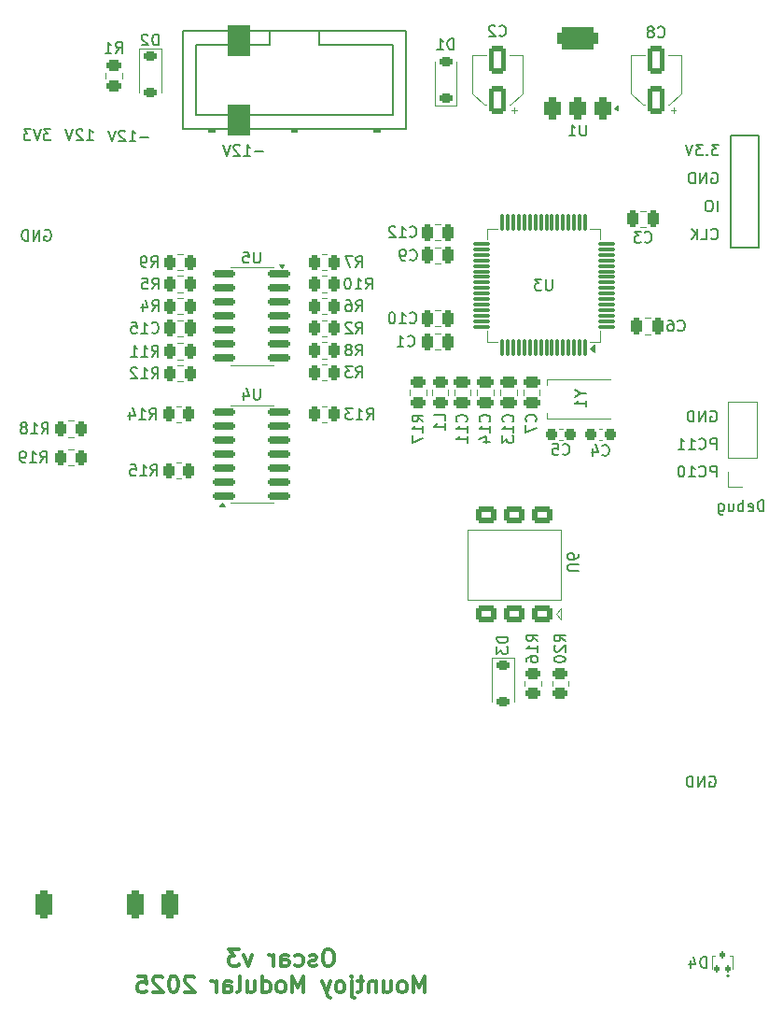
<source format=gbr>
%TF.GenerationSoftware,KiCad,Pcbnew,8.0.8*%
%TF.CreationDate,2025-04-14T15:03:00+01:00*%
%TF.ProjectId,oscar_components,6f736361-725f-4636-9f6d-706f6e656e74,rev?*%
%TF.SameCoordinates,Original*%
%TF.FileFunction,Legend,Bot*%
%TF.FilePolarity,Positive*%
%FSLAX46Y46*%
G04 Gerber Fmt 4.6, Leading zero omitted, Abs format (unit mm)*
G04 Created by KiCad (PCBNEW 8.0.8) date 2025-04-14 15:03:00*
%MOMM*%
%LPD*%
G01*
G04 APERTURE LIST*
G04 Aperture macros list*
%AMRoundRect*
0 Rectangle with rounded corners*
0 $1 Rounding radius*
0 $2 $3 $4 $5 $6 $7 $8 $9 X,Y pos of 4 corners*
0 Add a 4 corners polygon primitive as box body*
4,1,4,$2,$3,$4,$5,$6,$7,$8,$9,$2,$3,0*
0 Add four circle primitives for the rounded corners*
1,1,$1+$1,$2,$3*
1,1,$1+$1,$4,$5*
1,1,$1+$1,$6,$7*
1,1,$1+$1,$8,$9*
0 Add four rect primitives between the rounded corners*
20,1,$1+$1,$2,$3,$4,$5,0*
20,1,$1+$1,$4,$5,$6,$7,0*
20,1,$1+$1,$6,$7,$8,$9,0*
20,1,$1+$1,$8,$9,$2,$3,0*%
G04 Aperture macros list end*
%ADD10C,0.150000*%
%ADD11C,0.300000*%
%ADD12C,0.120000*%
%ADD13C,0.100000*%
%ADD14C,0.200000*%
%ADD15C,2.500000*%
%ADD16R,1.000000X2.500000*%
%ADD17C,1.750000*%
%ADD18O,4.000000X4.000000*%
%ADD19R,1.500000X1.500000*%
%ADD20C,1.500000*%
%ADD21RoundRect,0.375000X0.375000X-0.925000X0.375000X0.925000X-0.375000X0.925000X-0.375000X-0.925000X0*%
%ADD22C,2.000000*%
%ADD23C,1.000000*%
%ADD24C,1.524000*%
%ADD25O,0.400000X0.600000*%
%ADD26O,1.000000X1.500000*%
%ADD27RoundRect,0.250000X-0.250000X-0.475000X0.250000X-0.475000X0.250000X0.475000X-0.250000X0.475000X0*%
%ADD28RoundRect,0.237500X0.300000X0.237500X-0.300000X0.237500X-0.300000X-0.237500X0.300000X-0.237500X0*%
%ADD29RoundRect,0.250000X0.250000X0.475000X-0.250000X0.475000X-0.250000X-0.475000X0.250000X-0.475000X0*%
%ADD30RoundRect,0.250000X0.550000X-1.050000X0.550000X1.050000X-0.550000X1.050000X-0.550000X-1.050000X0*%
%ADD31RoundRect,0.250000X-0.475000X0.250000X-0.475000X-0.250000X0.475000X-0.250000X0.475000X0.250000X0*%
%ADD32RoundRect,0.225000X0.375000X-0.225000X0.375000X0.225000X-0.375000X0.225000X-0.375000X-0.225000X0*%
%ADD33RoundRect,0.250000X-0.262500X-0.450000X0.262500X-0.450000X0.262500X0.450000X-0.262500X0.450000X0*%
%ADD34RoundRect,0.250000X0.262500X0.450000X-0.262500X0.450000X-0.262500X-0.450000X0.262500X-0.450000X0*%
%ADD35RoundRect,0.075000X0.075000X-0.700000X0.075000X0.700000X-0.075000X0.700000X-0.075000X-0.700000X0*%
%ADD36RoundRect,0.075000X0.700000X-0.075000X0.700000X0.075000X-0.700000X0.075000X-0.700000X-0.075000X0*%
%ADD37RoundRect,0.150000X0.825000X0.150000X-0.825000X0.150000X-0.825000X-0.150000X0.825000X-0.150000X0*%
%ADD38RoundRect,0.150000X-0.825000X-0.150000X0.825000X-0.150000X0.825000X0.150000X-0.825000X0.150000X0*%
%ADD39RoundRect,0.375000X0.375000X-0.625000X0.375000X0.625000X-0.375000X0.625000X-0.375000X-0.625000X0*%
%ADD40RoundRect,0.500000X1.400000X-0.500000X1.400000X0.500000X-1.400000X0.500000X-1.400000X-0.500000X0*%
%ADD41R,2.450000X2.400000*%
%ADD42R,1.700000X1.700000*%
%ADD43C,1.700000*%
%ADD44RoundRect,0.250000X-0.450000X0.262500X-0.450000X-0.262500X0.450000X-0.262500X0.450000X0.262500X0*%
%ADD45RoundRect,0.225000X-0.375000X0.225000X-0.375000X-0.225000X0.375000X-0.225000X0.375000X0.225000X0*%
%ADD46RoundRect,0.237500X-0.300000X-0.237500X0.300000X-0.237500X0.300000X0.237500X-0.300000X0.237500X0*%
%ADD47O,1.700000X1.700000*%
%ADD48RoundRect,0.250164X0.639836X-0.512336X0.639836X0.512336X-0.639836X0.512336X-0.639836X-0.512336X0*%
%ADD49RoundRect,0.250164X-0.639836X0.512336X-0.639836X-0.512336X0.639836X-0.512336X0.639836X0.512336X0*%
%ADD50RoundRect,0.125000X0.125000X-0.175000X0.125000X0.175000X-0.125000X0.175000X-0.125000X-0.175000X0*%
%ADD51RoundRect,0.250000X0.450000X-0.262500X0.450000X0.262500X-0.450000X0.262500X-0.450000X-0.262500X0*%
G04 APERTURE END LIST*
D10*
X112163220Y-62488866D02*
X111401316Y-62488866D01*
X110401316Y-62869819D02*
X110972744Y-62869819D01*
X110687030Y-62869819D02*
X110687030Y-61869819D01*
X110687030Y-61869819D02*
X110782268Y-62012676D01*
X110782268Y-62012676D02*
X110877506Y-62107914D01*
X110877506Y-62107914D02*
X110972744Y-62155533D01*
X110020363Y-61965057D02*
X109972744Y-61917438D01*
X109972744Y-61917438D02*
X109877506Y-61869819D01*
X109877506Y-61869819D02*
X109639411Y-61869819D01*
X109639411Y-61869819D02*
X109544173Y-61917438D01*
X109544173Y-61917438D02*
X109496554Y-61965057D01*
X109496554Y-61965057D02*
X109448935Y-62060295D01*
X109448935Y-62060295D02*
X109448935Y-62155533D01*
X109448935Y-62155533D02*
X109496554Y-62298390D01*
X109496554Y-62298390D02*
X110067982Y-62869819D01*
X110067982Y-62869819D02*
X109448935Y-62869819D01*
X109163220Y-61869819D02*
X108829887Y-62869819D01*
X108829887Y-62869819D02*
X108496554Y-61869819D01*
D11*
X128592856Y-136070870D02*
X128307142Y-136070870D01*
X128307142Y-136070870D02*
X128164285Y-136142299D01*
X128164285Y-136142299D02*
X128021428Y-136285156D01*
X128021428Y-136285156D02*
X127949999Y-136570870D01*
X127949999Y-136570870D02*
X127949999Y-137070870D01*
X127949999Y-137070870D02*
X128021428Y-137356584D01*
X128021428Y-137356584D02*
X128164285Y-137499442D01*
X128164285Y-137499442D02*
X128307142Y-137570870D01*
X128307142Y-137570870D02*
X128592856Y-137570870D01*
X128592856Y-137570870D02*
X128735714Y-137499442D01*
X128735714Y-137499442D02*
X128878571Y-137356584D01*
X128878571Y-137356584D02*
X128949999Y-137070870D01*
X128949999Y-137070870D02*
X128949999Y-136570870D01*
X128949999Y-136570870D02*
X128878571Y-136285156D01*
X128878571Y-136285156D02*
X128735714Y-136142299D01*
X128735714Y-136142299D02*
X128592856Y-136070870D01*
X127378570Y-137499442D02*
X127235713Y-137570870D01*
X127235713Y-137570870D02*
X126949999Y-137570870D01*
X126949999Y-137570870D02*
X126807142Y-137499442D01*
X126807142Y-137499442D02*
X126735713Y-137356584D01*
X126735713Y-137356584D02*
X126735713Y-137285156D01*
X126735713Y-137285156D02*
X126807142Y-137142299D01*
X126807142Y-137142299D02*
X126949999Y-137070870D01*
X126949999Y-137070870D02*
X127164285Y-137070870D01*
X127164285Y-137070870D02*
X127307142Y-136999442D01*
X127307142Y-136999442D02*
X127378570Y-136856584D01*
X127378570Y-136856584D02*
X127378570Y-136785156D01*
X127378570Y-136785156D02*
X127307142Y-136642299D01*
X127307142Y-136642299D02*
X127164285Y-136570870D01*
X127164285Y-136570870D02*
X126949999Y-136570870D01*
X126949999Y-136570870D02*
X126807142Y-136642299D01*
X125449999Y-137499442D02*
X125592856Y-137570870D01*
X125592856Y-137570870D02*
X125878570Y-137570870D01*
X125878570Y-137570870D02*
X126021427Y-137499442D01*
X126021427Y-137499442D02*
X126092856Y-137428013D01*
X126092856Y-137428013D02*
X126164284Y-137285156D01*
X126164284Y-137285156D02*
X126164284Y-136856584D01*
X126164284Y-136856584D02*
X126092856Y-136713727D01*
X126092856Y-136713727D02*
X126021427Y-136642299D01*
X126021427Y-136642299D02*
X125878570Y-136570870D01*
X125878570Y-136570870D02*
X125592856Y-136570870D01*
X125592856Y-136570870D02*
X125449999Y-136642299D01*
X124164285Y-137570870D02*
X124164285Y-136785156D01*
X124164285Y-136785156D02*
X124235713Y-136642299D01*
X124235713Y-136642299D02*
X124378570Y-136570870D01*
X124378570Y-136570870D02*
X124664285Y-136570870D01*
X124664285Y-136570870D02*
X124807142Y-136642299D01*
X124164285Y-137499442D02*
X124307142Y-137570870D01*
X124307142Y-137570870D02*
X124664285Y-137570870D01*
X124664285Y-137570870D02*
X124807142Y-137499442D01*
X124807142Y-137499442D02*
X124878570Y-137356584D01*
X124878570Y-137356584D02*
X124878570Y-137213727D01*
X124878570Y-137213727D02*
X124807142Y-137070870D01*
X124807142Y-137070870D02*
X124664285Y-136999442D01*
X124664285Y-136999442D02*
X124307142Y-136999442D01*
X124307142Y-136999442D02*
X124164285Y-136928013D01*
X123449999Y-137570870D02*
X123449999Y-136570870D01*
X123449999Y-136856584D02*
X123378570Y-136713727D01*
X123378570Y-136713727D02*
X123307142Y-136642299D01*
X123307142Y-136642299D02*
X123164284Y-136570870D01*
X123164284Y-136570870D02*
X123021427Y-136570870D01*
X121521428Y-136570870D02*
X121164285Y-137570870D01*
X121164285Y-137570870D02*
X120807142Y-136570870D01*
X120378571Y-136070870D02*
X119449999Y-136070870D01*
X119449999Y-136070870D02*
X119949999Y-136642299D01*
X119949999Y-136642299D02*
X119735714Y-136642299D01*
X119735714Y-136642299D02*
X119592857Y-136713727D01*
X119592857Y-136713727D02*
X119521428Y-136785156D01*
X119521428Y-136785156D02*
X119449999Y-136928013D01*
X119449999Y-136928013D02*
X119449999Y-137285156D01*
X119449999Y-137285156D02*
X119521428Y-137428013D01*
X119521428Y-137428013D02*
X119592857Y-137499442D01*
X119592857Y-137499442D02*
X119735714Y-137570870D01*
X119735714Y-137570870D02*
X120164285Y-137570870D01*
X120164285Y-137570870D02*
X120307142Y-137499442D01*
X120307142Y-137499442D02*
X120378571Y-137428013D01*
X137199999Y-139985786D02*
X137199999Y-138485786D01*
X137199999Y-138485786D02*
X136699999Y-139557215D01*
X136699999Y-139557215D02*
X136199999Y-138485786D01*
X136199999Y-138485786D02*
X136199999Y-139985786D01*
X135271427Y-139985786D02*
X135414284Y-139914358D01*
X135414284Y-139914358D02*
X135485713Y-139842929D01*
X135485713Y-139842929D02*
X135557141Y-139700072D01*
X135557141Y-139700072D02*
X135557141Y-139271500D01*
X135557141Y-139271500D02*
X135485713Y-139128643D01*
X135485713Y-139128643D02*
X135414284Y-139057215D01*
X135414284Y-139057215D02*
X135271427Y-138985786D01*
X135271427Y-138985786D02*
X135057141Y-138985786D01*
X135057141Y-138985786D02*
X134914284Y-139057215D01*
X134914284Y-139057215D02*
X134842856Y-139128643D01*
X134842856Y-139128643D02*
X134771427Y-139271500D01*
X134771427Y-139271500D02*
X134771427Y-139700072D01*
X134771427Y-139700072D02*
X134842856Y-139842929D01*
X134842856Y-139842929D02*
X134914284Y-139914358D01*
X134914284Y-139914358D02*
X135057141Y-139985786D01*
X135057141Y-139985786D02*
X135271427Y-139985786D01*
X133485713Y-138985786D02*
X133485713Y-139985786D01*
X134128570Y-138985786D02*
X134128570Y-139771500D01*
X134128570Y-139771500D02*
X134057141Y-139914358D01*
X134057141Y-139914358D02*
X133914284Y-139985786D01*
X133914284Y-139985786D02*
X133699998Y-139985786D01*
X133699998Y-139985786D02*
X133557141Y-139914358D01*
X133557141Y-139914358D02*
X133485713Y-139842929D01*
X132771427Y-138985786D02*
X132771427Y-139985786D01*
X132771427Y-139128643D02*
X132699998Y-139057215D01*
X132699998Y-139057215D02*
X132557141Y-138985786D01*
X132557141Y-138985786D02*
X132342855Y-138985786D01*
X132342855Y-138985786D02*
X132199998Y-139057215D01*
X132199998Y-139057215D02*
X132128570Y-139200072D01*
X132128570Y-139200072D02*
X132128570Y-139985786D01*
X131628569Y-138985786D02*
X131057141Y-138985786D01*
X131414284Y-138485786D02*
X131414284Y-139771500D01*
X131414284Y-139771500D02*
X131342855Y-139914358D01*
X131342855Y-139914358D02*
X131199998Y-139985786D01*
X131199998Y-139985786D02*
X131057141Y-139985786D01*
X130557141Y-138985786D02*
X130557141Y-140271500D01*
X130557141Y-140271500D02*
X130628569Y-140414358D01*
X130628569Y-140414358D02*
X130771426Y-140485786D01*
X130771426Y-140485786D02*
X130842855Y-140485786D01*
X130557141Y-138485786D02*
X130628569Y-138557215D01*
X130628569Y-138557215D02*
X130557141Y-138628643D01*
X130557141Y-138628643D02*
X130485712Y-138557215D01*
X130485712Y-138557215D02*
X130557141Y-138485786D01*
X130557141Y-138485786D02*
X130557141Y-138628643D01*
X129628569Y-139985786D02*
X129771426Y-139914358D01*
X129771426Y-139914358D02*
X129842855Y-139842929D01*
X129842855Y-139842929D02*
X129914283Y-139700072D01*
X129914283Y-139700072D02*
X129914283Y-139271500D01*
X129914283Y-139271500D02*
X129842855Y-139128643D01*
X129842855Y-139128643D02*
X129771426Y-139057215D01*
X129771426Y-139057215D02*
X129628569Y-138985786D01*
X129628569Y-138985786D02*
X129414283Y-138985786D01*
X129414283Y-138985786D02*
X129271426Y-139057215D01*
X129271426Y-139057215D02*
X129199998Y-139128643D01*
X129199998Y-139128643D02*
X129128569Y-139271500D01*
X129128569Y-139271500D02*
X129128569Y-139700072D01*
X129128569Y-139700072D02*
X129199998Y-139842929D01*
X129199998Y-139842929D02*
X129271426Y-139914358D01*
X129271426Y-139914358D02*
X129414283Y-139985786D01*
X129414283Y-139985786D02*
X129628569Y-139985786D01*
X128628569Y-138985786D02*
X128271426Y-139985786D01*
X127914283Y-138985786D02*
X128271426Y-139985786D01*
X128271426Y-139985786D02*
X128414283Y-140342929D01*
X128414283Y-140342929D02*
X128485712Y-140414358D01*
X128485712Y-140414358D02*
X128628569Y-140485786D01*
X126199998Y-139985786D02*
X126199998Y-138485786D01*
X126199998Y-138485786D02*
X125699998Y-139557215D01*
X125699998Y-139557215D02*
X125199998Y-138485786D01*
X125199998Y-138485786D02*
X125199998Y-139985786D01*
X124271426Y-139985786D02*
X124414283Y-139914358D01*
X124414283Y-139914358D02*
X124485712Y-139842929D01*
X124485712Y-139842929D02*
X124557140Y-139700072D01*
X124557140Y-139700072D02*
X124557140Y-139271500D01*
X124557140Y-139271500D02*
X124485712Y-139128643D01*
X124485712Y-139128643D02*
X124414283Y-139057215D01*
X124414283Y-139057215D02*
X124271426Y-138985786D01*
X124271426Y-138985786D02*
X124057140Y-138985786D01*
X124057140Y-138985786D02*
X123914283Y-139057215D01*
X123914283Y-139057215D02*
X123842855Y-139128643D01*
X123842855Y-139128643D02*
X123771426Y-139271500D01*
X123771426Y-139271500D02*
X123771426Y-139700072D01*
X123771426Y-139700072D02*
X123842855Y-139842929D01*
X123842855Y-139842929D02*
X123914283Y-139914358D01*
X123914283Y-139914358D02*
X124057140Y-139985786D01*
X124057140Y-139985786D02*
X124271426Y-139985786D01*
X122485712Y-139985786D02*
X122485712Y-138485786D01*
X122485712Y-139914358D02*
X122628569Y-139985786D01*
X122628569Y-139985786D02*
X122914283Y-139985786D01*
X122914283Y-139985786D02*
X123057140Y-139914358D01*
X123057140Y-139914358D02*
X123128569Y-139842929D01*
X123128569Y-139842929D02*
X123199997Y-139700072D01*
X123199997Y-139700072D02*
X123199997Y-139271500D01*
X123199997Y-139271500D02*
X123128569Y-139128643D01*
X123128569Y-139128643D02*
X123057140Y-139057215D01*
X123057140Y-139057215D02*
X122914283Y-138985786D01*
X122914283Y-138985786D02*
X122628569Y-138985786D01*
X122628569Y-138985786D02*
X122485712Y-139057215D01*
X121128569Y-138985786D02*
X121128569Y-139985786D01*
X121771426Y-138985786D02*
X121771426Y-139771500D01*
X121771426Y-139771500D02*
X121699997Y-139914358D01*
X121699997Y-139914358D02*
X121557140Y-139985786D01*
X121557140Y-139985786D02*
X121342854Y-139985786D01*
X121342854Y-139985786D02*
X121199997Y-139914358D01*
X121199997Y-139914358D02*
X121128569Y-139842929D01*
X120199997Y-139985786D02*
X120342854Y-139914358D01*
X120342854Y-139914358D02*
X120414283Y-139771500D01*
X120414283Y-139771500D02*
X120414283Y-138485786D01*
X118985712Y-139985786D02*
X118985712Y-139200072D01*
X118985712Y-139200072D02*
X119057140Y-139057215D01*
X119057140Y-139057215D02*
X119199997Y-138985786D01*
X119199997Y-138985786D02*
X119485712Y-138985786D01*
X119485712Y-138985786D02*
X119628569Y-139057215D01*
X118985712Y-139914358D02*
X119128569Y-139985786D01*
X119128569Y-139985786D02*
X119485712Y-139985786D01*
X119485712Y-139985786D02*
X119628569Y-139914358D01*
X119628569Y-139914358D02*
X119699997Y-139771500D01*
X119699997Y-139771500D02*
X119699997Y-139628643D01*
X119699997Y-139628643D02*
X119628569Y-139485786D01*
X119628569Y-139485786D02*
X119485712Y-139414358D01*
X119485712Y-139414358D02*
X119128569Y-139414358D01*
X119128569Y-139414358D02*
X118985712Y-139342929D01*
X118271426Y-139985786D02*
X118271426Y-138985786D01*
X118271426Y-139271500D02*
X118199997Y-139128643D01*
X118199997Y-139128643D02*
X118128569Y-139057215D01*
X118128569Y-139057215D02*
X117985711Y-138985786D01*
X117985711Y-138985786D02*
X117842854Y-138985786D01*
X116271426Y-138628643D02*
X116199998Y-138557215D01*
X116199998Y-138557215D02*
X116057141Y-138485786D01*
X116057141Y-138485786D02*
X115699998Y-138485786D01*
X115699998Y-138485786D02*
X115557141Y-138557215D01*
X115557141Y-138557215D02*
X115485712Y-138628643D01*
X115485712Y-138628643D02*
X115414283Y-138771500D01*
X115414283Y-138771500D02*
X115414283Y-138914358D01*
X115414283Y-138914358D02*
X115485712Y-139128643D01*
X115485712Y-139128643D02*
X116342855Y-139985786D01*
X116342855Y-139985786D02*
X115414283Y-139985786D01*
X114485712Y-138485786D02*
X114342855Y-138485786D01*
X114342855Y-138485786D02*
X114199998Y-138557215D01*
X114199998Y-138557215D02*
X114128570Y-138628643D01*
X114128570Y-138628643D02*
X114057141Y-138771500D01*
X114057141Y-138771500D02*
X113985712Y-139057215D01*
X113985712Y-139057215D02*
X113985712Y-139414358D01*
X113985712Y-139414358D02*
X114057141Y-139700072D01*
X114057141Y-139700072D02*
X114128570Y-139842929D01*
X114128570Y-139842929D02*
X114199998Y-139914358D01*
X114199998Y-139914358D02*
X114342855Y-139985786D01*
X114342855Y-139985786D02*
X114485712Y-139985786D01*
X114485712Y-139985786D02*
X114628570Y-139914358D01*
X114628570Y-139914358D02*
X114699998Y-139842929D01*
X114699998Y-139842929D02*
X114771427Y-139700072D01*
X114771427Y-139700072D02*
X114842855Y-139414358D01*
X114842855Y-139414358D02*
X114842855Y-139057215D01*
X114842855Y-139057215D02*
X114771427Y-138771500D01*
X114771427Y-138771500D02*
X114699998Y-138628643D01*
X114699998Y-138628643D02*
X114628570Y-138557215D01*
X114628570Y-138557215D02*
X114485712Y-138485786D01*
X113414284Y-138628643D02*
X113342856Y-138557215D01*
X113342856Y-138557215D02*
X113199999Y-138485786D01*
X113199999Y-138485786D02*
X112842856Y-138485786D01*
X112842856Y-138485786D02*
X112699999Y-138557215D01*
X112699999Y-138557215D02*
X112628570Y-138628643D01*
X112628570Y-138628643D02*
X112557141Y-138771500D01*
X112557141Y-138771500D02*
X112557141Y-138914358D01*
X112557141Y-138914358D02*
X112628570Y-139128643D01*
X112628570Y-139128643D02*
X113485713Y-139985786D01*
X113485713Y-139985786D02*
X112557141Y-139985786D01*
X111199999Y-138485786D02*
X111914285Y-138485786D01*
X111914285Y-138485786D02*
X111985713Y-139200072D01*
X111985713Y-139200072D02*
X111914285Y-139128643D01*
X111914285Y-139128643D02*
X111771428Y-139057215D01*
X111771428Y-139057215D02*
X111414285Y-139057215D01*
X111414285Y-139057215D02*
X111271428Y-139128643D01*
X111271428Y-139128643D02*
X111199999Y-139200072D01*
X111199999Y-139200072D02*
X111128570Y-139342929D01*
X111128570Y-139342929D02*
X111128570Y-139700072D01*
X111128570Y-139700072D02*
X111199999Y-139842929D01*
X111199999Y-139842929D02*
X111271428Y-139914358D01*
X111271428Y-139914358D02*
X111414285Y-139985786D01*
X111414285Y-139985786D02*
X111771428Y-139985786D01*
X111771428Y-139985786D02*
X111914285Y-139914358D01*
X111914285Y-139914358D02*
X111985713Y-139842929D01*
D10*
X163039411Y-120417438D02*
X163134649Y-120369819D01*
X163134649Y-120369819D02*
X163277506Y-120369819D01*
X163277506Y-120369819D02*
X163420363Y-120417438D01*
X163420363Y-120417438D02*
X163515601Y-120512676D01*
X163515601Y-120512676D02*
X163563220Y-120607914D01*
X163563220Y-120607914D02*
X163610839Y-120798390D01*
X163610839Y-120798390D02*
X163610839Y-120941247D01*
X163610839Y-120941247D02*
X163563220Y-121131723D01*
X163563220Y-121131723D02*
X163515601Y-121226961D01*
X163515601Y-121226961D02*
X163420363Y-121322200D01*
X163420363Y-121322200D02*
X163277506Y-121369819D01*
X163277506Y-121369819D02*
X163182268Y-121369819D01*
X163182268Y-121369819D02*
X163039411Y-121322200D01*
X163039411Y-121322200D02*
X162991792Y-121274580D01*
X162991792Y-121274580D02*
X162991792Y-120941247D01*
X162991792Y-120941247D02*
X163182268Y-120941247D01*
X162563220Y-121369819D02*
X162563220Y-120369819D01*
X162563220Y-120369819D02*
X161991792Y-121369819D01*
X161991792Y-121369819D02*
X161991792Y-120369819D01*
X161515601Y-121369819D02*
X161515601Y-120369819D01*
X161515601Y-120369819D02*
X161277506Y-120369819D01*
X161277506Y-120369819D02*
X161134649Y-120417438D01*
X161134649Y-120417438D02*
X161039411Y-120512676D01*
X161039411Y-120512676D02*
X160991792Y-120607914D01*
X160991792Y-120607914D02*
X160944173Y-120798390D01*
X160944173Y-120798390D02*
X160944173Y-120941247D01*
X160944173Y-120941247D02*
X160991792Y-121131723D01*
X160991792Y-121131723D02*
X161039411Y-121226961D01*
X161039411Y-121226961D02*
X161134649Y-121322200D01*
X161134649Y-121322200D02*
X161277506Y-121369819D01*
X161277506Y-121369819D02*
X161515601Y-121369819D01*
X106539411Y-62769819D02*
X107110839Y-62769819D01*
X106825125Y-62769819D02*
X106825125Y-61769819D01*
X106825125Y-61769819D02*
X106920363Y-61912676D01*
X106920363Y-61912676D02*
X107015601Y-62007914D01*
X107015601Y-62007914D02*
X107110839Y-62055533D01*
X106158458Y-61865057D02*
X106110839Y-61817438D01*
X106110839Y-61817438D02*
X106015601Y-61769819D01*
X106015601Y-61769819D02*
X105777506Y-61769819D01*
X105777506Y-61769819D02*
X105682268Y-61817438D01*
X105682268Y-61817438D02*
X105634649Y-61865057D01*
X105634649Y-61865057D02*
X105587030Y-61960295D01*
X105587030Y-61960295D02*
X105587030Y-62055533D01*
X105587030Y-62055533D02*
X105634649Y-62198390D01*
X105634649Y-62198390D02*
X106206077Y-62769819D01*
X106206077Y-62769819D02*
X105587030Y-62769819D01*
X105301315Y-61769819D02*
X104967982Y-62769819D01*
X104967982Y-62769819D02*
X104634649Y-61769819D01*
X103258458Y-61769819D02*
X102639411Y-61769819D01*
X102639411Y-61769819D02*
X102972744Y-62150771D01*
X102972744Y-62150771D02*
X102829887Y-62150771D01*
X102829887Y-62150771D02*
X102734649Y-62198390D01*
X102734649Y-62198390D02*
X102687030Y-62246009D01*
X102687030Y-62246009D02*
X102639411Y-62341247D01*
X102639411Y-62341247D02*
X102639411Y-62579342D01*
X102639411Y-62579342D02*
X102687030Y-62674580D01*
X102687030Y-62674580D02*
X102734649Y-62722200D01*
X102734649Y-62722200D02*
X102829887Y-62769819D01*
X102829887Y-62769819D02*
X103115601Y-62769819D01*
X103115601Y-62769819D02*
X103210839Y-62722200D01*
X103210839Y-62722200D02*
X103258458Y-62674580D01*
X102353696Y-61769819D02*
X102020363Y-62769819D01*
X102020363Y-62769819D02*
X101687030Y-61769819D01*
X101448934Y-61769819D02*
X100829887Y-61769819D01*
X100829887Y-61769819D02*
X101163220Y-62150771D01*
X101163220Y-62150771D02*
X101020363Y-62150771D01*
X101020363Y-62150771D02*
X100925125Y-62198390D01*
X100925125Y-62198390D02*
X100877506Y-62246009D01*
X100877506Y-62246009D02*
X100829887Y-62341247D01*
X100829887Y-62341247D02*
X100829887Y-62579342D01*
X100829887Y-62579342D02*
X100877506Y-62674580D01*
X100877506Y-62674580D02*
X100925125Y-62722200D01*
X100925125Y-62722200D02*
X101020363Y-62769819D01*
X101020363Y-62769819D02*
X101306077Y-62769819D01*
X101306077Y-62769819D02*
X101401315Y-62722200D01*
X101401315Y-62722200D02*
X101448934Y-62674580D01*
X167963220Y-96369819D02*
X167963220Y-95369819D01*
X167963220Y-95369819D02*
X167725125Y-95369819D01*
X167725125Y-95369819D02*
X167582268Y-95417438D01*
X167582268Y-95417438D02*
X167487030Y-95512676D01*
X167487030Y-95512676D02*
X167439411Y-95607914D01*
X167439411Y-95607914D02*
X167391792Y-95798390D01*
X167391792Y-95798390D02*
X167391792Y-95941247D01*
X167391792Y-95941247D02*
X167439411Y-96131723D01*
X167439411Y-96131723D02*
X167487030Y-96226961D01*
X167487030Y-96226961D02*
X167582268Y-96322200D01*
X167582268Y-96322200D02*
X167725125Y-96369819D01*
X167725125Y-96369819D02*
X167963220Y-96369819D01*
X166582268Y-96322200D02*
X166677506Y-96369819D01*
X166677506Y-96369819D02*
X166867982Y-96369819D01*
X166867982Y-96369819D02*
X166963220Y-96322200D01*
X166963220Y-96322200D02*
X167010839Y-96226961D01*
X167010839Y-96226961D02*
X167010839Y-95846009D01*
X167010839Y-95846009D02*
X166963220Y-95750771D01*
X166963220Y-95750771D02*
X166867982Y-95703152D01*
X166867982Y-95703152D02*
X166677506Y-95703152D01*
X166677506Y-95703152D02*
X166582268Y-95750771D01*
X166582268Y-95750771D02*
X166534649Y-95846009D01*
X166534649Y-95846009D02*
X166534649Y-95941247D01*
X166534649Y-95941247D02*
X167010839Y-96036485D01*
X166106077Y-96369819D02*
X166106077Y-95369819D01*
X166106077Y-95750771D02*
X166010839Y-95703152D01*
X166010839Y-95703152D02*
X165820363Y-95703152D01*
X165820363Y-95703152D02*
X165725125Y-95750771D01*
X165725125Y-95750771D02*
X165677506Y-95798390D01*
X165677506Y-95798390D02*
X165629887Y-95893628D01*
X165629887Y-95893628D02*
X165629887Y-96179342D01*
X165629887Y-96179342D02*
X165677506Y-96274580D01*
X165677506Y-96274580D02*
X165725125Y-96322200D01*
X165725125Y-96322200D02*
X165820363Y-96369819D01*
X165820363Y-96369819D02*
X166010839Y-96369819D01*
X166010839Y-96369819D02*
X166106077Y-96322200D01*
X164772744Y-95703152D02*
X164772744Y-96369819D01*
X165201315Y-95703152D02*
X165201315Y-96226961D01*
X165201315Y-96226961D02*
X165153696Y-96322200D01*
X165153696Y-96322200D02*
X165058458Y-96369819D01*
X165058458Y-96369819D02*
X164915601Y-96369819D01*
X164915601Y-96369819D02*
X164820363Y-96322200D01*
X164820363Y-96322200D02*
X164772744Y-96274580D01*
X163867982Y-95703152D02*
X163867982Y-96512676D01*
X163867982Y-96512676D02*
X163915601Y-96607914D01*
X163915601Y-96607914D02*
X163963220Y-96655533D01*
X163963220Y-96655533D02*
X164058458Y-96703152D01*
X164058458Y-96703152D02*
X164201315Y-96703152D01*
X164201315Y-96703152D02*
X164296553Y-96655533D01*
X163867982Y-96322200D02*
X163963220Y-96369819D01*
X163963220Y-96369819D02*
X164153696Y-96369819D01*
X164153696Y-96369819D02*
X164248934Y-96322200D01*
X164248934Y-96322200D02*
X164296553Y-96274580D01*
X164296553Y-96274580D02*
X164344172Y-96179342D01*
X164344172Y-96179342D02*
X164344172Y-95893628D01*
X164344172Y-95893628D02*
X164296553Y-95798390D01*
X164296553Y-95798390D02*
X164248934Y-95750771D01*
X164248934Y-95750771D02*
X164153696Y-95703152D01*
X164153696Y-95703152D02*
X163963220Y-95703152D01*
X163963220Y-95703152D02*
X163867982Y-95750771D01*
X163663220Y-93269819D02*
X163663220Y-92269819D01*
X163663220Y-92269819D02*
X163282268Y-92269819D01*
X163282268Y-92269819D02*
X163187030Y-92317438D01*
X163187030Y-92317438D02*
X163139411Y-92365057D01*
X163139411Y-92365057D02*
X163091792Y-92460295D01*
X163091792Y-92460295D02*
X163091792Y-92603152D01*
X163091792Y-92603152D02*
X163139411Y-92698390D01*
X163139411Y-92698390D02*
X163187030Y-92746009D01*
X163187030Y-92746009D02*
X163282268Y-92793628D01*
X163282268Y-92793628D02*
X163663220Y-92793628D01*
X162091792Y-93174580D02*
X162139411Y-93222200D01*
X162139411Y-93222200D02*
X162282268Y-93269819D01*
X162282268Y-93269819D02*
X162377506Y-93269819D01*
X162377506Y-93269819D02*
X162520363Y-93222200D01*
X162520363Y-93222200D02*
X162615601Y-93126961D01*
X162615601Y-93126961D02*
X162663220Y-93031723D01*
X162663220Y-93031723D02*
X162710839Y-92841247D01*
X162710839Y-92841247D02*
X162710839Y-92698390D01*
X162710839Y-92698390D02*
X162663220Y-92507914D01*
X162663220Y-92507914D02*
X162615601Y-92412676D01*
X162615601Y-92412676D02*
X162520363Y-92317438D01*
X162520363Y-92317438D02*
X162377506Y-92269819D01*
X162377506Y-92269819D02*
X162282268Y-92269819D01*
X162282268Y-92269819D02*
X162139411Y-92317438D01*
X162139411Y-92317438D02*
X162091792Y-92365057D01*
X161139411Y-93269819D02*
X161710839Y-93269819D01*
X161425125Y-93269819D02*
X161425125Y-92269819D01*
X161425125Y-92269819D02*
X161520363Y-92412676D01*
X161520363Y-92412676D02*
X161615601Y-92507914D01*
X161615601Y-92507914D02*
X161710839Y-92555533D01*
X160520363Y-92269819D02*
X160425125Y-92269819D01*
X160425125Y-92269819D02*
X160329887Y-92317438D01*
X160329887Y-92317438D02*
X160282268Y-92365057D01*
X160282268Y-92365057D02*
X160234649Y-92460295D01*
X160234649Y-92460295D02*
X160187030Y-92650771D01*
X160187030Y-92650771D02*
X160187030Y-92888866D01*
X160187030Y-92888866D02*
X160234649Y-93079342D01*
X160234649Y-93079342D02*
X160282268Y-93174580D01*
X160282268Y-93174580D02*
X160329887Y-93222200D01*
X160329887Y-93222200D02*
X160425125Y-93269819D01*
X160425125Y-93269819D02*
X160520363Y-93269819D01*
X160520363Y-93269819D02*
X160615601Y-93222200D01*
X160615601Y-93222200D02*
X160663220Y-93174580D01*
X160663220Y-93174580D02*
X160710839Y-93079342D01*
X160710839Y-93079342D02*
X160758458Y-92888866D01*
X160758458Y-92888866D02*
X160758458Y-92650771D01*
X160758458Y-92650771D02*
X160710839Y-92460295D01*
X160710839Y-92460295D02*
X160663220Y-92365057D01*
X160663220Y-92365057D02*
X160615601Y-92317438D01*
X160615601Y-92317438D02*
X160520363Y-92269819D01*
X163663220Y-90769819D02*
X163663220Y-89769819D01*
X163663220Y-89769819D02*
X163282268Y-89769819D01*
X163282268Y-89769819D02*
X163187030Y-89817438D01*
X163187030Y-89817438D02*
X163139411Y-89865057D01*
X163139411Y-89865057D02*
X163091792Y-89960295D01*
X163091792Y-89960295D02*
X163091792Y-90103152D01*
X163091792Y-90103152D02*
X163139411Y-90198390D01*
X163139411Y-90198390D02*
X163187030Y-90246009D01*
X163187030Y-90246009D02*
X163282268Y-90293628D01*
X163282268Y-90293628D02*
X163663220Y-90293628D01*
X162091792Y-90674580D02*
X162139411Y-90722200D01*
X162139411Y-90722200D02*
X162282268Y-90769819D01*
X162282268Y-90769819D02*
X162377506Y-90769819D01*
X162377506Y-90769819D02*
X162520363Y-90722200D01*
X162520363Y-90722200D02*
X162615601Y-90626961D01*
X162615601Y-90626961D02*
X162663220Y-90531723D01*
X162663220Y-90531723D02*
X162710839Y-90341247D01*
X162710839Y-90341247D02*
X162710839Y-90198390D01*
X162710839Y-90198390D02*
X162663220Y-90007914D01*
X162663220Y-90007914D02*
X162615601Y-89912676D01*
X162615601Y-89912676D02*
X162520363Y-89817438D01*
X162520363Y-89817438D02*
X162377506Y-89769819D01*
X162377506Y-89769819D02*
X162282268Y-89769819D01*
X162282268Y-89769819D02*
X162139411Y-89817438D01*
X162139411Y-89817438D02*
X162091792Y-89865057D01*
X161139411Y-90769819D02*
X161710839Y-90769819D01*
X161425125Y-90769819D02*
X161425125Y-89769819D01*
X161425125Y-89769819D02*
X161520363Y-89912676D01*
X161520363Y-89912676D02*
X161615601Y-90007914D01*
X161615601Y-90007914D02*
X161710839Y-90055533D01*
X160187030Y-90769819D02*
X160758458Y-90769819D01*
X160472744Y-90769819D02*
X160472744Y-89769819D01*
X160472744Y-89769819D02*
X160567982Y-89912676D01*
X160567982Y-89912676D02*
X160663220Y-90007914D01*
X160663220Y-90007914D02*
X160758458Y-90055533D01*
X102739411Y-70917438D02*
X102834649Y-70869819D01*
X102834649Y-70869819D02*
X102977506Y-70869819D01*
X102977506Y-70869819D02*
X103120363Y-70917438D01*
X103120363Y-70917438D02*
X103215601Y-71012676D01*
X103215601Y-71012676D02*
X103263220Y-71107914D01*
X103263220Y-71107914D02*
X103310839Y-71298390D01*
X103310839Y-71298390D02*
X103310839Y-71441247D01*
X103310839Y-71441247D02*
X103263220Y-71631723D01*
X103263220Y-71631723D02*
X103215601Y-71726961D01*
X103215601Y-71726961D02*
X103120363Y-71822200D01*
X103120363Y-71822200D02*
X102977506Y-71869819D01*
X102977506Y-71869819D02*
X102882268Y-71869819D01*
X102882268Y-71869819D02*
X102739411Y-71822200D01*
X102739411Y-71822200D02*
X102691792Y-71774580D01*
X102691792Y-71774580D02*
X102691792Y-71441247D01*
X102691792Y-71441247D02*
X102882268Y-71441247D01*
X102263220Y-71869819D02*
X102263220Y-70869819D01*
X102263220Y-70869819D02*
X101691792Y-71869819D01*
X101691792Y-71869819D02*
X101691792Y-70869819D01*
X101215601Y-71869819D02*
X101215601Y-70869819D01*
X101215601Y-70869819D02*
X100977506Y-70869819D01*
X100977506Y-70869819D02*
X100834649Y-70917438D01*
X100834649Y-70917438D02*
X100739411Y-71012676D01*
X100739411Y-71012676D02*
X100691792Y-71107914D01*
X100691792Y-71107914D02*
X100644173Y-71298390D01*
X100644173Y-71298390D02*
X100644173Y-71441247D01*
X100644173Y-71441247D02*
X100691792Y-71631723D01*
X100691792Y-71631723D02*
X100739411Y-71726961D01*
X100739411Y-71726961D02*
X100834649Y-71822200D01*
X100834649Y-71822200D02*
X100977506Y-71869819D01*
X100977506Y-71869819D02*
X101215601Y-71869819D01*
X163139411Y-87317438D02*
X163234649Y-87269819D01*
X163234649Y-87269819D02*
X163377506Y-87269819D01*
X163377506Y-87269819D02*
X163520363Y-87317438D01*
X163520363Y-87317438D02*
X163615601Y-87412676D01*
X163615601Y-87412676D02*
X163663220Y-87507914D01*
X163663220Y-87507914D02*
X163710839Y-87698390D01*
X163710839Y-87698390D02*
X163710839Y-87841247D01*
X163710839Y-87841247D02*
X163663220Y-88031723D01*
X163663220Y-88031723D02*
X163615601Y-88126961D01*
X163615601Y-88126961D02*
X163520363Y-88222200D01*
X163520363Y-88222200D02*
X163377506Y-88269819D01*
X163377506Y-88269819D02*
X163282268Y-88269819D01*
X163282268Y-88269819D02*
X163139411Y-88222200D01*
X163139411Y-88222200D02*
X163091792Y-88174580D01*
X163091792Y-88174580D02*
X163091792Y-87841247D01*
X163091792Y-87841247D02*
X163282268Y-87841247D01*
X162663220Y-88269819D02*
X162663220Y-87269819D01*
X162663220Y-87269819D02*
X162091792Y-88269819D01*
X162091792Y-88269819D02*
X162091792Y-87269819D01*
X161615601Y-88269819D02*
X161615601Y-87269819D01*
X161615601Y-87269819D02*
X161377506Y-87269819D01*
X161377506Y-87269819D02*
X161234649Y-87317438D01*
X161234649Y-87317438D02*
X161139411Y-87412676D01*
X161139411Y-87412676D02*
X161091792Y-87507914D01*
X161091792Y-87507914D02*
X161044173Y-87698390D01*
X161044173Y-87698390D02*
X161044173Y-87841247D01*
X161044173Y-87841247D02*
X161091792Y-88031723D01*
X161091792Y-88031723D02*
X161139411Y-88126961D01*
X161139411Y-88126961D02*
X161234649Y-88222200D01*
X161234649Y-88222200D02*
X161377506Y-88269819D01*
X161377506Y-88269819D02*
X161615601Y-88269819D01*
X157166666Y-71939580D02*
X157214285Y-71987200D01*
X157214285Y-71987200D02*
X157357142Y-72034819D01*
X157357142Y-72034819D02*
X157452380Y-72034819D01*
X157452380Y-72034819D02*
X157595237Y-71987200D01*
X157595237Y-71987200D02*
X157690475Y-71891961D01*
X157690475Y-71891961D02*
X157738094Y-71796723D01*
X157738094Y-71796723D02*
X157785713Y-71606247D01*
X157785713Y-71606247D02*
X157785713Y-71463390D01*
X157785713Y-71463390D02*
X157738094Y-71272914D01*
X157738094Y-71272914D02*
X157690475Y-71177676D01*
X157690475Y-71177676D02*
X157595237Y-71082438D01*
X157595237Y-71082438D02*
X157452380Y-71034819D01*
X157452380Y-71034819D02*
X157357142Y-71034819D01*
X157357142Y-71034819D02*
X157214285Y-71082438D01*
X157214285Y-71082438D02*
X157166666Y-71130057D01*
X156833332Y-71034819D02*
X156214285Y-71034819D01*
X156214285Y-71034819D02*
X156547618Y-71415771D01*
X156547618Y-71415771D02*
X156404761Y-71415771D01*
X156404761Y-71415771D02*
X156309523Y-71463390D01*
X156309523Y-71463390D02*
X156261904Y-71511009D01*
X156261904Y-71511009D02*
X156214285Y-71606247D01*
X156214285Y-71606247D02*
X156214285Y-71844342D01*
X156214285Y-71844342D02*
X156261904Y-71939580D01*
X156261904Y-71939580D02*
X156309523Y-71987200D01*
X156309523Y-71987200D02*
X156404761Y-72034819D01*
X156404761Y-72034819D02*
X156690475Y-72034819D01*
X156690475Y-72034819D02*
X156785713Y-71987200D01*
X156785713Y-71987200D02*
X156833332Y-71939580D01*
X153316666Y-91259580D02*
X153364285Y-91307200D01*
X153364285Y-91307200D02*
X153507142Y-91354819D01*
X153507142Y-91354819D02*
X153602380Y-91354819D01*
X153602380Y-91354819D02*
X153745237Y-91307200D01*
X153745237Y-91307200D02*
X153840475Y-91211961D01*
X153840475Y-91211961D02*
X153888094Y-91116723D01*
X153888094Y-91116723D02*
X153935713Y-90926247D01*
X153935713Y-90926247D02*
X153935713Y-90783390D01*
X153935713Y-90783390D02*
X153888094Y-90592914D01*
X153888094Y-90592914D02*
X153840475Y-90497676D01*
X153840475Y-90497676D02*
X153745237Y-90402438D01*
X153745237Y-90402438D02*
X153602380Y-90354819D01*
X153602380Y-90354819D02*
X153507142Y-90354819D01*
X153507142Y-90354819D02*
X153364285Y-90402438D01*
X153364285Y-90402438D02*
X153316666Y-90450057D01*
X152459523Y-90688152D02*
X152459523Y-91354819D01*
X152697618Y-90307200D02*
X152935713Y-91021485D01*
X152935713Y-91021485D02*
X152316666Y-91021485D01*
X135866666Y-73559580D02*
X135914285Y-73607200D01*
X135914285Y-73607200D02*
X136057142Y-73654819D01*
X136057142Y-73654819D02*
X136152380Y-73654819D01*
X136152380Y-73654819D02*
X136295237Y-73607200D01*
X136295237Y-73607200D02*
X136390475Y-73511961D01*
X136390475Y-73511961D02*
X136438094Y-73416723D01*
X136438094Y-73416723D02*
X136485713Y-73226247D01*
X136485713Y-73226247D02*
X136485713Y-73083390D01*
X136485713Y-73083390D02*
X136438094Y-72892914D01*
X136438094Y-72892914D02*
X136390475Y-72797676D01*
X136390475Y-72797676D02*
X136295237Y-72702438D01*
X136295237Y-72702438D02*
X136152380Y-72654819D01*
X136152380Y-72654819D02*
X136057142Y-72654819D01*
X136057142Y-72654819D02*
X135914285Y-72702438D01*
X135914285Y-72702438D02*
X135866666Y-72750057D01*
X135390475Y-73654819D02*
X135199999Y-73654819D01*
X135199999Y-73654819D02*
X135104761Y-73607200D01*
X135104761Y-73607200D02*
X135057142Y-73559580D01*
X135057142Y-73559580D02*
X134961904Y-73416723D01*
X134961904Y-73416723D02*
X134914285Y-73226247D01*
X134914285Y-73226247D02*
X134914285Y-72845295D01*
X134914285Y-72845295D02*
X134961904Y-72750057D01*
X134961904Y-72750057D02*
X135009523Y-72702438D01*
X135009523Y-72702438D02*
X135104761Y-72654819D01*
X135104761Y-72654819D02*
X135295237Y-72654819D01*
X135295237Y-72654819D02*
X135390475Y-72702438D01*
X135390475Y-72702438D02*
X135438094Y-72750057D01*
X135438094Y-72750057D02*
X135485713Y-72845295D01*
X135485713Y-72845295D02*
X135485713Y-73083390D01*
X135485713Y-73083390D02*
X135438094Y-73178628D01*
X135438094Y-73178628D02*
X135390475Y-73226247D01*
X135390475Y-73226247D02*
X135295237Y-73273866D01*
X135295237Y-73273866D02*
X135104761Y-73273866D01*
X135104761Y-73273866D02*
X135009523Y-73226247D01*
X135009523Y-73226247D02*
X134961904Y-73178628D01*
X134961904Y-73178628D02*
X134914285Y-73083390D01*
X135842857Y-79259580D02*
X135890476Y-79307200D01*
X135890476Y-79307200D02*
X136033333Y-79354819D01*
X136033333Y-79354819D02*
X136128571Y-79354819D01*
X136128571Y-79354819D02*
X136271428Y-79307200D01*
X136271428Y-79307200D02*
X136366666Y-79211961D01*
X136366666Y-79211961D02*
X136414285Y-79116723D01*
X136414285Y-79116723D02*
X136461904Y-78926247D01*
X136461904Y-78926247D02*
X136461904Y-78783390D01*
X136461904Y-78783390D02*
X136414285Y-78592914D01*
X136414285Y-78592914D02*
X136366666Y-78497676D01*
X136366666Y-78497676D02*
X136271428Y-78402438D01*
X136271428Y-78402438D02*
X136128571Y-78354819D01*
X136128571Y-78354819D02*
X136033333Y-78354819D01*
X136033333Y-78354819D02*
X135890476Y-78402438D01*
X135890476Y-78402438D02*
X135842857Y-78450057D01*
X134890476Y-79354819D02*
X135461904Y-79354819D01*
X135176190Y-79354819D02*
X135176190Y-78354819D01*
X135176190Y-78354819D02*
X135271428Y-78497676D01*
X135271428Y-78497676D02*
X135366666Y-78592914D01*
X135366666Y-78592914D02*
X135461904Y-78640533D01*
X134271428Y-78354819D02*
X134176190Y-78354819D01*
X134176190Y-78354819D02*
X134080952Y-78402438D01*
X134080952Y-78402438D02*
X134033333Y-78450057D01*
X134033333Y-78450057D02*
X133985714Y-78545295D01*
X133985714Y-78545295D02*
X133938095Y-78735771D01*
X133938095Y-78735771D02*
X133938095Y-78973866D01*
X133938095Y-78973866D02*
X133985714Y-79164342D01*
X133985714Y-79164342D02*
X134033333Y-79259580D01*
X134033333Y-79259580D02*
X134080952Y-79307200D01*
X134080952Y-79307200D02*
X134176190Y-79354819D01*
X134176190Y-79354819D02*
X134271428Y-79354819D01*
X134271428Y-79354819D02*
X134366666Y-79307200D01*
X134366666Y-79307200D02*
X134414285Y-79259580D01*
X134414285Y-79259580D02*
X134461904Y-79164342D01*
X134461904Y-79164342D02*
X134509523Y-78973866D01*
X134509523Y-78973866D02*
X134509523Y-78735771D01*
X134509523Y-78735771D02*
X134461904Y-78545295D01*
X134461904Y-78545295D02*
X134414285Y-78450057D01*
X134414285Y-78450057D02*
X134366666Y-78402438D01*
X134366666Y-78402438D02*
X134271428Y-78354819D01*
X135842857Y-71459580D02*
X135890476Y-71507200D01*
X135890476Y-71507200D02*
X136033333Y-71554819D01*
X136033333Y-71554819D02*
X136128571Y-71554819D01*
X136128571Y-71554819D02*
X136271428Y-71507200D01*
X136271428Y-71507200D02*
X136366666Y-71411961D01*
X136366666Y-71411961D02*
X136414285Y-71316723D01*
X136414285Y-71316723D02*
X136461904Y-71126247D01*
X136461904Y-71126247D02*
X136461904Y-70983390D01*
X136461904Y-70983390D02*
X136414285Y-70792914D01*
X136414285Y-70792914D02*
X136366666Y-70697676D01*
X136366666Y-70697676D02*
X136271428Y-70602438D01*
X136271428Y-70602438D02*
X136128571Y-70554819D01*
X136128571Y-70554819D02*
X136033333Y-70554819D01*
X136033333Y-70554819D02*
X135890476Y-70602438D01*
X135890476Y-70602438D02*
X135842857Y-70650057D01*
X134890476Y-71554819D02*
X135461904Y-71554819D01*
X135176190Y-71554819D02*
X135176190Y-70554819D01*
X135176190Y-70554819D02*
X135271428Y-70697676D01*
X135271428Y-70697676D02*
X135366666Y-70792914D01*
X135366666Y-70792914D02*
X135461904Y-70840533D01*
X134509523Y-70650057D02*
X134461904Y-70602438D01*
X134461904Y-70602438D02*
X134366666Y-70554819D01*
X134366666Y-70554819D02*
X134128571Y-70554819D01*
X134128571Y-70554819D02*
X134033333Y-70602438D01*
X134033333Y-70602438D02*
X133985714Y-70650057D01*
X133985714Y-70650057D02*
X133938095Y-70745295D01*
X133938095Y-70745295D02*
X133938095Y-70840533D01*
X133938095Y-70840533D02*
X133985714Y-70983390D01*
X133985714Y-70983390D02*
X134557142Y-71554819D01*
X134557142Y-71554819D02*
X133938095Y-71554819D01*
X143966666Y-53259580D02*
X144014285Y-53307200D01*
X144014285Y-53307200D02*
X144157142Y-53354819D01*
X144157142Y-53354819D02*
X144252380Y-53354819D01*
X144252380Y-53354819D02*
X144395237Y-53307200D01*
X144395237Y-53307200D02*
X144490475Y-53211961D01*
X144490475Y-53211961D02*
X144538094Y-53116723D01*
X144538094Y-53116723D02*
X144585713Y-52926247D01*
X144585713Y-52926247D02*
X144585713Y-52783390D01*
X144585713Y-52783390D02*
X144538094Y-52592914D01*
X144538094Y-52592914D02*
X144490475Y-52497676D01*
X144490475Y-52497676D02*
X144395237Y-52402438D01*
X144395237Y-52402438D02*
X144252380Y-52354819D01*
X144252380Y-52354819D02*
X144157142Y-52354819D01*
X144157142Y-52354819D02*
X144014285Y-52402438D01*
X144014285Y-52402438D02*
X143966666Y-52450057D01*
X143585713Y-52450057D02*
X143538094Y-52402438D01*
X143538094Y-52402438D02*
X143442856Y-52354819D01*
X143442856Y-52354819D02*
X143204761Y-52354819D01*
X143204761Y-52354819D02*
X143109523Y-52402438D01*
X143109523Y-52402438D02*
X143061904Y-52450057D01*
X143061904Y-52450057D02*
X143014285Y-52545295D01*
X143014285Y-52545295D02*
X143014285Y-52640533D01*
X143014285Y-52640533D02*
X143061904Y-52783390D01*
X143061904Y-52783390D02*
X143633332Y-53354819D01*
X143633332Y-53354819D02*
X143014285Y-53354819D01*
X158366666Y-53359580D02*
X158414285Y-53407200D01*
X158414285Y-53407200D02*
X158557142Y-53454819D01*
X158557142Y-53454819D02*
X158652380Y-53454819D01*
X158652380Y-53454819D02*
X158795237Y-53407200D01*
X158795237Y-53407200D02*
X158890475Y-53311961D01*
X158890475Y-53311961D02*
X158938094Y-53216723D01*
X158938094Y-53216723D02*
X158985713Y-53026247D01*
X158985713Y-53026247D02*
X158985713Y-52883390D01*
X158985713Y-52883390D02*
X158938094Y-52692914D01*
X158938094Y-52692914D02*
X158890475Y-52597676D01*
X158890475Y-52597676D02*
X158795237Y-52502438D01*
X158795237Y-52502438D02*
X158652380Y-52454819D01*
X158652380Y-52454819D02*
X158557142Y-52454819D01*
X158557142Y-52454819D02*
X158414285Y-52502438D01*
X158414285Y-52502438D02*
X158366666Y-52550057D01*
X157795237Y-52883390D02*
X157890475Y-52835771D01*
X157890475Y-52835771D02*
X157938094Y-52788152D01*
X157938094Y-52788152D02*
X157985713Y-52692914D01*
X157985713Y-52692914D02*
X157985713Y-52645295D01*
X157985713Y-52645295D02*
X157938094Y-52550057D01*
X157938094Y-52550057D02*
X157890475Y-52502438D01*
X157890475Y-52502438D02*
X157795237Y-52454819D01*
X157795237Y-52454819D02*
X157604761Y-52454819D01*
X157604761Y-52454819D02*
X157509523Y-52502438D01*
X157509523Y-52502438D02*
X157461904Y-52550057D01*
X157461904Y-52550057D02*
X157414285Y-52645295D01*
X157414285Y-52645295D02*
X157414285Y-52692914D01*
X157414285Y-52692914D02*
X157461904Y-52788152D01*
X157461904Y-52788152D02*
X157509523Y-52835771D01*
X157509523Y-52835771D02*
X157604761Y-52883390D01*
X157604761Y-52883390D02*
X157795237Y-52883390D01*
X157795237Y-52883390D02*
X157890475Y-52931009D01*
X157890475Y-52931009D02*
X157938094Y-52978628D01*
X157938094Y-52978628D02*
X157985713Y-53073866D01*
X157985713Y-53073866D02*
X157985713Y-53264342D01*
X157985713Y-53264342D02*
X157938094Y-53359580D01*
X157938094Y-53359580D02*
X157890475Y-53407200D01*
X157890475Y-53407200D02*
X157795237Y-53454819D01*
X157795237Y-53454819D02*
X157604761Y-53454819D01*
X157604761Y-53454819D02*
X157509523Y-53407200D01*
X157509523Y-53407200D02*
X157461904Y-53359580D01*
X157461904Y-53359580D02*
X157414285Y-53264342D01*
X157414285Y-53264342D02*
X157414285Y-53073866D01*
X157414285Y-53073866D02*
X157461904Y-52978628D01*
X157461904Y-52978628D02*
X157509523Y-52931009D01*
X157509523Y-52931009D02*
X157604761Y-52883390D01*
X140959580Y-88257142D02*
X141007200Y-88209523D01*
X141007200Y-88209523D02*
X141054819Y-88066666D01*
X141054819Y-88066666D02*
X141054819Y-87971428D01*
X141054819Y-87971428D02*
X141007200Y-87828571D01*
X141007200Y-87828571D02*
X140911961Y-87733333D01*
X140911961Y-87733333D02*
X140816723Y-87685714D01*
X140816723Y-87685714D02*
X140626247Y-87638095D01*
X140626247Y-87638095D02*
X140483390Y-87638095D01*
X140483390Y-87638095D02*
X140292914Y-87685714D01*
X140292914Y-87685714D02*
X140197676Y-87733333D01*
X140197676Y-87733333D02*
X140102438Y-87828571D01*
X140102438Y-87828571D02*
X140054819Y-87971428D01*
X140054819Y-87971428D02*
X140054819Y-88066666D01*
X140054819Y-88066666D02*
X140102438Y-88209523D01*
X140102438Y-88209523D02*
X140150057Y-88257142D01*
X141054819Y-89209523D02*
X141054819Y-88638095D01*
X141054819Y-88923809D02*
X140054819Y-88923809D01*
X140054819Y-88923809D02*
X140197676Y-88828571D01*
X140197676Y-88828571D02*
X140292914Y-88733333D01*
X140292914Y-88733333D02*
X140340533Y-88638095D01*
X141054819Y-90161904D02*
X141054819Y-89590476D01*
X141054819Y-89876190D02*
X140054819Y-89876190D01*
X140054819Y-89876190D02*
X140197676Y-89780952D01*
X140197676Y-89780952D02*
X140292914Y-89685714D01*
X140292914Y-89685714D02*
X140340533Y-89590476D01*
X139838094Y-54554819D02*
X139838094Y-53554819D01*
X139838094Y-53554819D02*
X139599999Y-53554819D01*
X139599999Y-53554819D02*
X139457142Y-53602438D01*
X139457142Y-53602438D02*
X139361904Y-53697676D01*
X139361904Y-53697676D02*
X139314285Y-53792914D01*
X139314285Y-53792914D02*
X139266666Y-53983390D01*
X139266666Y-53983390D02*
X139266666Y-54126247D01*
X139266666Y-54126247D02*
X139314285Y-54316723D01*
X139314285Y-54316723D02*
X139361904Y-54411961D01*
X139361904Y-54411961D02*
X139457142Y-54507200D01*
X139457142Y-54507200D02*
X139599999Y-54554819D01*
X139599999Y-54554819D02*
X139838094Y-54554819D01*
X138314285Y-54554819D02*
X138885713Y-54554819D01*
X138599999Y-54554819D02*
X138599999Y-53554819D01*
X138599999Y-53554819D02*
X138695237Y-53697676D01*
X138695237Y-53697676D02*
X138790475Y-53792914D01*
X138790475Y-53792914D02*
X138885713Y-53840533D01*
X130966666Y-80254819D02*
X131299999Y-79778628D01*
X131538094Y-80254819D02*
X131538094Y-79254819D01*
X131538094Y-79254819D02*
X131157142Y-79254819D01*
X131157142Y-79254819D02*
X131061904Y-79302438D01*
X131061904Y-79302438D02*
X131014285Y-79350057D01*
X131014285Y-79350057D02*
X130966666Y-79445295D01*
X130966666Y-79445295D02*
X130966666Y-79588152D01*
X130966666Y-79588152D02*
X131014285Y-79683390D01*
X131014285Y-79683390D02*
X131061904Y-79731009D01*
X131061904Y-79731009D02*
X131157142Y-79778628D01*
X131157142Y-79778628D02*
X131538094Y-79778628D01*
X130585713Y-79350057D02*
X130538094Y-79302438D01*
X130538094Y-79302438D02*
X130442856Y-79254819D01*
X130442856Y-79254819D02*
X130204761Y-79254819D01*
X130204761Y-79254819D02*
X130109523Y-79302438D01*
X130109523Y-79302438D02*
X130061904Y-79350057D01*
X130061904Y-79350057D02*
X130014285Y-79445295D01*
X130014285Y-79445295D02*
X130014285Y-79540533D01*
X130014285Y-79540533D02*
X130061904Y-79683390D01*
X130061904Y-79683390D02*
X130633332Y-80254819D01*
X130633332Y-80254819D02*
X130014285Y-80254819D01*
X130966666Y-84254819D02*
X131299999Y-83778628D01*
X131538094Y-84254819D02*
X131538094Y-83254819D01*
X131538094Y-83254819D02*
X131157142Y-83254819D01*
X131157142Y-83254819D02*
X131061904Y-83302438D01*
X131061904Y-83302438D02*
X131014285Y-83350057D01*
X131014285Y-83350057D02*
X130966666Y-83445295D01*
X130966666Y-83445295D02*
X130966666Y-83588152D01*
X130966666Y-83588152D02*
X131014285Y-83683390D01*
X131014285Y-83683390D02*
X131061904Y-83731009D01*
X131061904Y-83731009D02*
X131157142Y-83778628D01*
X131157142Y-83778628D02*
X131538094Y-83778628D01*
X130633332Y-83254819D02*
X130014285Y-83254819D01*
X130014285Y-83254819D02*
X130347618Y-83635771D01*
X130347618Y-83635771D02*
X130204761Y-83635771D01*
X130204761Y-83635771D02*
X130109523Y-83683390D01*
X130109523Y-83683390D02*
X130061904Y-83731009D01*
X130061904Y-83731009D02*
X130014285Y-83826247D01*
X130014285Y-83826247D02*
X130014285Y-84064342D01*
X130014285Y-84064342D02*
X130061904Y-84159580D01*
X130061904Y-84159580D02*
X130109523Y-84207200D01*
X130109523Y-84207200D02*
X130204761Y-84254819D01*
X130204761Y-84254819D02*
X130490475Y-84254819D01*
X130490475Y-84254819D02*
X130585713Y-84207200D01*
X130585713Y-84207200D02*
X130633332Y-84159580D01*
X112466666Y-78254819D02*
X112799999Y-77778628D01*
X113038094Y-78254819D02*
X113038094Y-77254819D01*
X113038094Y-77254819D02*
X112657142Y-77254819D01*
X112657142Y-77254819D02*
X112561904Y-77302438D01*
X112561904Y-77302438D02*
X112514285Y-77350057D01*
X112514285Y-77350057D02*
X112466666Y-77445295D01*
X112466666Y-77445295D02*
X112466666Y-77588152D01*
X112466666Y-77588152D02*
X112514285Y-77683390D01*
X112514285Y-77683390D02*
X112561904Y-77731009D01*
X112561904Y-77731009D02*
X112657142Y-77778628D01*
X112657142Y-77778628D02*
X113038094Y-77778628D01*
X111609523Y-77588152D02*
X111609523Y-78254819D01*
X111847618Y-77207200D02*
X112085713Y-77921485D01*
X112085713Y-77921485D02*
X111466666Y-77921485D01*
X112466666Y-76254819D02*
X112799999Y-75778628D01*
X113038094Y-76254819D02*
X113038094Y-75254819D01*
X113038094Y-75254819D02*
X112657142Y-75254819D01*
X112657142Y-75254819D02*
X112561904Y-75302438D01*
X112561904Y-75302438D02*
X112514285Y-75350057D01*
X112514285Y-75350057D02*
X112466666Y-75445295D01*
X112466666Y-75445295D02*
X112466666Y-75588152D01*
X112466666Y-75588152D02*
X112514285Y-75683390D01*
X112514285Y-75683390D02*
X112561904Y-75731009D01*
X112561904Y-75731009D02*
X112657142Y-75778628D01*
X112657142Y-75778628D02*
X113038094Y-75778628D01*
X111561904Y-75254819D02*
X112038094Y-75254819D01*
X112038094Y-75254819D02*
X112085713Y-75731009D01*
X112085713Y-75731009D02*
X112038094Y-75683390D01*
X112038094Y-75683390D02*
X111942856Y-75635771D01*
X111942856Y-75635771D02*
X111704761Y-75635771D01*
X111704761Y-75635771D02*
X111609523Y-75683390D01*
X111609523Y-75683390D02*
X111561904Y-75731009D01*
X111561904Y-75731009D02*
X111514285Y-75826247D01*
X111514285Y-75826247D02*
X111514285Y-76064342D01*
X111514285Y-76064342D02*
X111561904Y-76159580D01*
X111561904Y-76159580D02*
X111609523Y-76207200D01*
X111609523Y-76207200D02*
X111704761Y-76254819D01*
X111704761Y-76254819D02*
X111942856Y-76254819D01*
X111942856Y-76254819D02*
X112038094Y-76207200D01*
X112038094Y-76207200D02*
X112085713Y-76159580D01*
X130966666Y-78254819D02*
X131299999Y-77778628D01*
X131538094Y-78254819D02*
X131538094Y-77254819D01*
X131538094Y-77254819D02*
X131157142Y-77254819D01*
X131157142Y-77254819D02*
X131061904Y-77302438D01*
X131061904Y-77302438D02*
X131014285Y-77350057D01*
X131014285Y-77350057D02*
X130966666Y-77445295D01*
X130966666Y-77445295D02*
X130966666Y-77588152D01*
X130966666Y-77588152D02*
X131014285Y-77683390D01*
X131014285Y-77683390D02*
X131061904Y-77731009D01*
X131061904Y-77731009D02*
X131157142Y-77778628D01*
X131157142Y-77778628D02*
X131538094Y-77778628D01*
X130109523Y-77254819D02*
X130299999Y-77254819D01*
X130299999Y-77254819D02*
X130395237Y-77302438D01*
X130395237Y-77302438D02*
X130442856Y-77350057D01*
X130442856Y-77350057D02*
X130538094Y-77492914D01*
X130538094Y-77492914D02*
X130585713Y-77683390D01*
X130585713Y-77683390D02*
X130585713Y-78064342D01*
X130585713Y-78064342D02*
X130538094Y-78159580D01*
X130538094Y-78159580D02*
X130490475Y-78207200D01*
X130490475Y-78207200D02*
X130395237Y-78254819D01*
X130395237Y-78254819D02*
X130204761Y-78254819D01*
X130204761Y-78254819D02*
X130109523Y-78207200D01*
X130109523Y-78207200D02*
X130061904Y-78159580D01*
X130061904Y-78159580D02*
X130014285Y-78064342D01*
X130014285Y-78064342D02*
X130014285Y-77826247D01*
X130014285Y-77826247D02*
X130061904Y-77731009D01*
X130061904Y-77731009D02*
X130109523Y-77683390D01*
X130109523Y-77683390D02*
X130204761Y-77635771D01*
X130204761Y-77635771D02*
X130395237Y-77635771D01*
X130395237Y-77635771D02*
X130490475Y-77683390D01*
X130490475Y-77683390D02*
X130538094Y-77731009D01*
X130538094Y-77731009D02*
X130585713Y-77826247D01*
X130966666Y-74254819D02*
X131299999Y-73778628D01*
X131538094Y-74254819D02*
X131538094Y-73254819D01*
X131538094Y-73254819D02*
X131157142Y-73254819D01*
X131157142Y-73254819D02*
X131061904Y-73302438D01*
X131061904Y-73302438D02*
X131014285Y-73350057D01*
X131014285Y-73350057D02*
X130966666Y-73445295D01*
X130966666Y-73445295D02*
X130966666Y-73588152D01*
X130966666Y-73588152D02*
X131014285Y-73683390D01*
X131014285Y-73683390D02*
X131061904Y-73731009D01*
X131061904Y-73731009D02*
X131157142Y-73778628D01*
X131157142Y-73778628D02*
X131538094Y-73778628D01*
X130633332Y-73254819D02*
X129966666Y-73254819D01*
X129966666Y-73254819D02*
X130395237Y-74254819D01*
X112366666Y-74254819D02*
X112699999Y-73778628D01*
X112938094Y-74254819D02*
X112938094Y-73254819D01*
X112938094Y-73254819D02*
X112557142Y-73254819D01*
X112557142Y-73254819D02*
X112461904Y-73302438D01*
X112461904Y-73302438D02*
X112414285Y-73350057D01*
X112414285Y-73350057D02*
X112366666Y-73445295D01*
X112366666Y-73445295D02*
X112366666Y-73588152D01*
X112366666Y-73588152D02*
X112414285Y-73683390D01*
X112414285Y-73683390D02*
X112461904Y-73731009D01*
X112461904Y-73731009D02*
X112557142Y-73778628D01*
X112557142Y-73778628D02*
X112938094Y-73778628D01*
X111890475Y-74254819D02*
X111699999Y-74254819D01*
X111699999Y-74254819D02*
X111604761Y-74207200D01*
X111604761Y-74207200D02*
X111557142Y-74159580D01*
X111557142Y-74159580D02*
X111461904Y-74016723D01*
X111461904Y-74016723D02*
X111414285Y-73826247D01*
X111414285Y-73826247D02*
X111414285Y-73445295D01*
X111414285Y-73445295D02*
X111461904Y-73350057D01*
X111461904Y-73350057D02*
X111509523Y-73302438D01*
X111509523Y-73302438D02*
X111604761Y-73254819D01*
X111604761Y-73254819D02*
X111795237Y-73254819D01*
X111795237Y-73254819D02*
X111890475Y-73302438D01*
X111890475Y-73302438D02*
X111938094Y-73350057D01*
X111938094Y-73350057D02*
X111985713Y-73445295D01*
X111985713Y-73445295D02*
X111985713Y-73683390D01*
X111985713Y-73683390D02*
X111938094Y-73778628D01*
X111938094Y-73778628D02*
X111890475Y-73826247D01*
X111890475Y-73826247D02*
X111795237Y-73873866D01*
X111795237Y-73873866D02*
X111604761Y-73873866D01*
X111604761Y-73873866D02*
X111509523Y-73826247D01*
X111509523Y-73826247D02*
X111461904Y-73778628D01*
X111461904Y-73778628D02*
X111414285Y-73683390D01*
X131842857Y-76254819D02*
X132176190Y-75778628D01*
X132414285Y-76254819D02*
X132414285Y-75254819D01*
X132414285Y-75254819D02*
X132033333Y-75254819D01*
X132033333Y-75254819D02*
X131938095Y-75302438D01*
X131938095Y-75302438D02*
X131890476Y-75350057D01*
X131890476Y-75350057D02*
X131842857Y-75445295D01*
X131842857Y-75445295D02*
X131842857Y-75588152D01*
X131842857Y-75588152D02*
X131890476Y-75683390D01*
X131890476Y-75683390D02*
X131938095Y-75731009D01*
X131938095Y-75731009D02*
X132033333Y-75778628D01*
X132033333Y-75778628D02*
X132414285Y-75778628D01*
X130890476Y-76254819D02*
X131461904Y-76254819D01*
X131176190Y-76254819D02*
X131176190Y-75254819D01*
X131176190Y-75254819D02*
X131271428Y-75397676D01*
X131271428Y-75397676D02*
X131366666Y-75492914D01*
X131366666Y-75492914D02*
X131461904Y-75540533D01*
X130271428Y-75254819D02*
X130176190Y-75254819D01*
X130176190Y-75254819D02*
X130080952Y-75302438D01*
X130080952Y-75302438D02*
X130033333Y-75350057D01*
X130033333Y-75350057D02*
X129985714Y-75445295D01*
X129985714Y-75445295D02*
X129938095Y-75635771D01*
X129938095Y-75635771D02*
X129938095Y-75873866D01*
X129938095Y-75873866D02*
X129985714Y-76064342D01*
X129985714Y-76064342D02*
X130033333Y-76159580D01*
X130033333Y-76159580D02*
X130080952Y-76207200D01*
X130080952Y-76207200D02*
X130176190Y-76254819D01*
X130176190Y-76254819D02*
X130271428Y-76254819D01*
X130271428Y-76254819D02*
X130366666Y-76207200D01*
X130366666Y-76207200D02*
X130414285Y-76159580D01*
X130414285Y-76159580D02*
X130461904Y-76064342D01*
X130461904Y-76064342D02*
X130509523Y-75873866D01*
X130509523Y-75873866D02*
X130509523Y-75635771D01*
X130509523Y-75635771D02*
X130461904Y-75445295D01*
X130461904Y-75445295D02*
X130414285Y-75350057D01*
X130414285Y-75350057D02*
X130366666Y-75302438D01*
X130366666Y-75302438D02*
X130271428Y-75254819D01*
X131942857Y-88054819D02*
X132276190Y-87578628D01*
X132514285Y-88054819D02*
X132514285Y-87054819D01*
X132514285Y-87054819D02*
X132133333Y-87054819D01*
X132133333Y-87054819D02*
X132038095Y-87102438D01*
X132038095Y-87102438D02*
X131990476Y-87150057D01*
X131990476Y-87150057D02*
X131942857Y-87245295D01*
X131942857Y-87245295D02*
X131942857Y-87388152D01*
X131942857Y-87388152D02*
X131990476Y-87483390D01*
X131990476Y-87483390D02*
X132038095Y-87531009D01*
X132038095Y-87531009D02*
X132133333Y-87578628D01*
X132133333Y-87578628D02*
X132514285Y-87578628D01*
X130990476Y-88054819D02*
X131561904Y-88054819D01*
X131276190Y-88054819D02*
X131276190Y-87054819D01*
X131276190Y-87054819D02*
X131371428Y-87197676D01*
X131371428Y-87197676D02*
X131466666Y-87292914D01*
X131466666Y-87292914D02*
X131561904Y-87340533D01*
X130657142Y-87054819D02*
X130038095Y-87054819D01*
X130038095Y-87054819D02*
X130371428Y-87435771D01*
X130371428Y-87435771D02*
X130228571Y-87435771D01*
X130228571Y-87435771D02*
X130133333Y-87483390D01*
X130133333Y-87483390D02*
X130085714Y-87531009D01*
X130085714Y-87531009D02*
X130038095Y-87626247D01*
X130038095Y-87626247D02*
X130038095Y-87864342D01*
X130038095Y-87864342D02*
X130085714Y-87959580D01*
X130085714Y-87959580D02*
X130133333Y-88007200D01*
X130133333Y-88007200D02*
X130228571Y-88054819D01*
X130228571Y-88054819D02*
X130514285Y-88054819D01*
X130514285Y-88054819D02*
X130609523Y-88007200D01*
X130609523Y-88007200D02*
X130657142Y-87959580D01*
X112342857Y-93154819D02*
X112676190Y-92678628D01*
X112914285Y-93154819D02*
X112914285Y-92154819D01*
X112914285Y-92154819D02*
X112533333Y-92154819D01*
X112533333Y-92154819D02*
X112438095Y-92202438D01*
X112438095Y-92202438D02*
X112390476Y-92250057D01*
X112390476Y-92250057D02*
X112342857Y-92345295D01*
X112342857Y-92345295D02*
X112342857Y-92488152D01*
X112342857Y-92488152D02*
X112390476Y-92583390D01*
X112390476Y-92583390D02*
X112438095Y-92631009D01*
X112438095Y-92631009D02*
X112533333Y-92678628D01*
X112533333Y-92678628D02*
X112914285Y-92678628D01*
X111390476Y-93154819D02*
X111961904Y-93154819D01*
X111676190Y-93154819D02*
X111676190Y-92154819D01*
X111676190Y-92154819D02*
X111771428Y-92297676D01*
X111771428Y-92297676D02*
X111866666Y-92392914D01*
X111866666Y-92392914D02*
X111961904Y-92440533D01*
X110485714Y-92154819D02*
X110961904Y-92154819D01*
X110961904Y-92154819D02*
X111009523Y-92631009D01*
X111009523Y-92631009D02*
X110961904Y-92583390D01*
X110961904Y-92583390D02*
X110866666Y-92535771D01*
X110866666Y-92535771D02*
X110628571Y-92535771D01*
X110628571Y-92535771D02*
X110533333Y-92583390D01*
X110533333Y-92583390D02*
X110485714Y-92631009D01*
X110485714Y-92631009D02*
X110438095Y-92726247D01*
X110438095Y-92726247D02*
X110438095Y-92964342D01*
X110438095Y-92964342D02*
X110485714Y-93059580D01*
X110485714Y-93059580D02*
X110533333Y-93107200D01*
X110533333Y-93107200D02*
X110628571Y-93154819D01*
X110628571Y-93154819D02*
X110866666Y-93154819D01*
X110866666Y-93154819D02*
X110961904Y-93107200D01*
X110961904Y-93107200D02*
X111009523Y-93059580D01*
X148761904Y-75354819D02*
X148761904Y-76164342D01*
X148761904Y-76164342D02*
X148714285Y-76259580D01*
X148714285Y-76259580D02*
X148666666Y-76307200D01*
X148666666Y-76307200D02*
X148571428Y-76354819D01*
X148571428Y-76354819D02*
X148380952Y-76354819D01*
X148380952Y-76354819D02*
X148285714Y-76307200D01*
X148285714Y-76307200D02*
X148238095Y-76259580D01*
X148238095Y-76259580D02*
X148190476Y-76164342D01*
X148190476Y-76164342D02*
X148190476Y-75354819D01*
X147809523Y-75354819D02*
X147190476Y-75354819D01*
X147190476Y-75354819D02*
X147523809Y-75735771D01*
X147523809Y-75735771D02*
X147380952Y-75735771D01*
X147380952Y-75735771D02*
X147285714Y-75783390D01*
X147285714Y-75783390D02*
X147238095Y-75831009D01*
X147238095Y-75831009D02*
X147190476Y-75926247D01*
X147190476Y-75926247D02*
X147190476Y-76164342D01*
X147190476Y-76164342D02*
X147238095Y-76259580D01*
X147238095Y-76259580D02*
X147285714Y-76307200D01*
X147285714Y-76307200D02*
X147380952Y-76354819D01*
X147380952Y-76354819D02*
X147666666Y-76354819D01*
X147666666Y-76354819D02*
X147761904Y-76307200D01*
X147761904Y-76307200D02*
X147809523Y-76259580D01*
X122261904Y-72874819D02*
X122261904Y-73684342D01*
X122261904Y-73684342D02*
X122214285Y-73779580D01*
X122214285Y-73779580D02*
X122166666Y-73827200D01*
X122166666Y-73827200D02*
X122071428Y-73874819D01*
X122071428Y-73874819D02*
X121880952Y-73874819D01*
X121880952Y-73874819D02*
X121785714Y-73827200D01*
X121785714Y-73827200D02*
X121738095Y-73779580D01*
X121738095Y-73779580D02*
X121690476Y-73684342D01*
X121690476Y-73684342D02*
X121690476Y-72874819D01*
X120738095Y-72874819D02*
X121214285Y-72874819D01*
X121214285Y-72874819D02*
X121261904Y-73351009D01*
X121261904Y-73351009D02*
X121214285Y-73303390D01*
X121214285Y-73303390D02*
X121119047Y-73255771D01*
X121119047Y-73255771D02*
X120880952Y-73255771D01*
X120880952Y-73255771D02*
X120785714Y-73303390D01*
X120785714Y-73303390D02*
X120738095Y-73351009D01*
X120738095Y-73351009D02*
X120690476Y-73446247D01*
X120690476Y-73446247D02*
X120690476Y-73684342D01*
X120690476Y-73684342D02*
X120738095Y-73779580D01*
X120738095Y-73779580D02*
X120785714Y-73827200D01*
X120785714Y-73827200D02*
X120880952Y-73874819D01*
X120880952Y-73874819D02*
X121119047Y-73874819D01*
X121119047Y-73874819D02*
X121214285Y-73827200D01*
X121214285Y-73827200D02*
X121261904Y-73779580D01*
X122261904Y-85254819D02*
X122261904Y-86064342D01*
X122261904Y-86064342D02*
X122214285Y-86159580D01*
X122214285Y-86159580D02*
X122166666Y-86207200D01*
X122166666Y-86207200D02*
X122071428Y-86254819D01*
X122071428Y-86254819D02*
X121880952Y-86254819D01*
X121880952Y-86254819D02*
X121785714Y-86207200D01*
X121785714Y-86207200D02*
X121738095Y-86159580D01*
X121738095Y-86159580D02*
X121690476Y-86064342D01*
X121690476Y-86064342D02*
X121690476Y-85254819D01*
X120785714Y-85588152D02*
X120785714Y-86254819D01*
X121023809Y-85207200D02*
X121261904Y-85921485D01*
X121261904Y-85921485D02*
X120642857Y-85921485D01*
X151861904Y-61354819D02*
X151861904Y-62164342D01*
X151861904Y-62164342D02*
X151814285Y-62259580D01*
X151814285Y-62259580D02*
X151766666Y-62307200D01*
X151766666Y-62307200D02*
X151671428Y-62354819D01*
X151671428Y-62354819D02*
X151480952Y-62354819D01*
X151480952Y-62354819D02*
X151385714Y-62307200D01*
X151385714Y-62307200D02*
X151338095Y-62259580D01*
X151338095Y-62259580D02*
X151290476Y-62164342D01*
X151290476Y-62164342D02*
X151290476Y-61354819D01*
X150290476Y-62354819D02*
X150861904Y-62354819D01*
X150576190Y-62354819D02*
X150576190Y-61354819D01*
X150576190Y-61354819D02*
X150671428Y-61497676D01*
X150671428Y-61497676D02*
X150766666Y-61592914D01*
X150766666Y-61592914D02*
X150861904Y-61640533D01*
X151328628Y-85723809D02*
X151804819Y-85723809D01*
X150804819Y-85390476D02*
X151328628Y-85723809D01*
X151328628Y-85723809D02*
X150804819Y-86057142D01*
X151804819Y-86914285D02*
X151804819Y-86342857D01*
X151804819Y-86628571D02*
X150804819Y-86628571D01*
X150804819Y-86628571D02*
X150947676Y-86533333D01*
X150947676Y-86533333D02*
X151042914Y-86438095D01*
X151042914Y-86438095D02*
X151090533Y-86342857D01*
X163242856Y-65722438D02*
X163338094Y-65674819D01*
X163338094Y-65674819D02*
X163480951Y-65674819D01*
X163480951Y-65674819D02*
X163623808Y-65722438D01*
X163623808Y-65722438D02*
X163719046Y-65817676D01*
X163719046Y-65817676D02*
X163766665Y-65912914D01*
X163766665Y-65912914D02*
X163814284Y-66103390D01*
X163814284Y-66103390D02*
X163814284Y-66246247D01*
X163814284Y-66246247D02*
X163766665Y-66436723D01*
X163766665Y-66436723D02*
X163719046Y-66531961D01*
X163719046Y-66531961D02*
X163623808Y-66627200D01*
X163623808Y-66627200D02*
X163480951Y-66674819D01*
X163480951Y-66674819D02*
X163385713Y-66674819D01*
X163385713Y-66674819D02*
X163242856Y-66627200D01*
X163242856Y-66627200D02*
X163195237Y-66579580D01*
X163195237Y-66579580D02*
X163195237Y-66246247D01*
X163195237Y-66246247D02*
X163385713Y-66246247D01*
X162766665Y-66674819D02*
X162766665Y-65674819D01*
X162766665Y-65674819D02*
X162195237Y-66674819D01*
X162195237Y-66674819D02*
X162195237Y-65674819D01*
X161719046Y-66674819D02*
X161719046Y-65674819D01*
X161719046Y-65674819D02*
X161480951Y-65674819D01*
X161480951Y-65674819D02*
X161338094Y-65722438D01*
X161338094Y-65722438D02*
X161242856Y-65817676D01*
X161242856Y-65817676D02*
X161195237Y-65912914D01*
X161195237Y-65912914D02*
X161147618Y-66103390D01*
X161147618Y-66103390D02*
X161147618Y-66246247D01*
X161147618Y-66246247D02*
X161195237Y-66436723D01*
X161195237Y-66436723D02*
X161242856Y-66531961D01*
X161242856Y-66531961D02*
X161338094Y-66627200D01*
X161338094Y-66627200D02*
X161480951Y-66674819D01*
X161480951Y-66674819D02*
X161719046Y-66674819D01*
X163195238Y-71659580D02*
X163242857Y-71707200D01*
X163242857Y-71707200D02*
X163385714Y-71754819D01*
X163385714Y-71754819D02*
X163480952Y-71754819D01*
X163480952Y-71754819D02*
X163623809Y-71707200D01*
X163623809Y-71707200D02*
X163719047Y-71611961D01*
X163719047Y-71611961D02*
X163766666Y-71516723D01*
X163766666Y-71516723D02*
X163814285Y-71326247D01*
X163814285Y-71326247D02*
X163814285Y-71183390D01*
X163814285Y-71183390D02*
X163766666Y-70992914D01*
X163766666Y-70992914D02*
X163719047Y-70897676D01*
X163719047Y-70897676D02*
X163623809Y-70802438D01*
X163623809Y-70802438D02*
X163480952Y-70754819D01*
X163480952Y-70754819D02*
X163385714Y-70754819D01*
X163385714Y-70754819D02*
X163242857Y-70802438D01*
X163242857Y-70802438D02*
X163195238Y-70850057D01*
X162290476Y-71754819D02*
X162766666Y-71754819D01*
X162766666Y-71754819D02*
X162766666Y-70754819D01*
X161957142Y-71754819D02*
X161957142Y-70754819D01*
X161385714Y-71754819D02*
X161814285Y-71183390D01*
X161385714Y-70754819D02*
X161957142Y-71326247D01*
X163861903Y-63134819D02*
X163242856Y-63134819D01*
X163242856Y-63134819D02*
X163576189Y-63515771D01*
X163576189Y-63515771D02*
X163433332Y-63515771D01*
X163433332Y-63515771D02*
X163338094Y-63563390D01*
X163338094Y-63563390D02*
X163290475Y-63611009D01*
X163290475Y-63611009D02*
X163242856Y-63706247D01*
X163242856Y-63706247D02*
X163242856Y-63944342D01*
X163242856Y-63944342D02*
X163290475Y-64039580D01*
X163290475Y-64039580D02*
X163338094Y-64087200D01*
X163338094Y-64087200D02*
X163433332Y-64134819D01*
X163433332Y-64134819D02*
X163719046Y-64134819D01*
X163719046Y-64134819D02*
X163814284Y-64087200D01*
X163814284Y-64087200D02*
X163861903Y-64039580D01*
X162814284Y-64039580D02*
X162766665Y-64087200D01*
X162766665Y-64087200D02*
X162814284Y-64134819D01*
X162814284Y-64134819D02*
X162861903Y-64087200D01*
X162861903Y-64087200D02*
X162814284Y-64039580D01*
X162814284Y-64039580D02*
X162814284Y-64134819D01*
X162433332Y-63134819D02*
X161814285Y-63134819D01*
X161814285Y-63134819D02*
X162147618Y-63515771D01*
X162147618Y-63515771D02*
X162004761Y-63515771D01*
X162004761Y-63515771D02*
X161909523Y-63563390D01*
X161909523Y-63563390D02*
X161861904Y-63611009D01*
X161861904Y-63611009D02*
X161814285Y-63706247D01*
X161814285Y-63706247D02*
X161814285Y-63944342D01*
X161814285Y-63944342D02*
X161861904Y-64039580D01*
X161861904Y-64039580D02*
X161909523Y-64087200D01*
X161909523Y-64087200D02*
X162004761Y-64134819D01*
X162004761Y-64134819D02*
X162290475Y-64134819D01*
X162290475Y-64134819D02*
X162385713Y-64087200D01*
X162385713Y-64087200D02*
X162433332Y-64039580D01*
X161528570Y-63134819D02*
X161195237Y-64134819D01*
X161195237Y-64134819D02*
X160861904Y-63134819D01*
X163766665Y-69214819D02*
X163766665Y-68214819D01*
X163099999Y-68214819D02*
X162909523Y-68214819D01*
X162909523Y-68214819D02*
X162814285Y-68262438D01*
X162814285Y-68262438D02*
X162719047Y-68357676D01*
X162719047Y-68357676D02*
X162671428Y-68548152D01*
X162671428Y-68548152D02*
X162671428Y-68881485D01*
X162671428Y-68881485D02*
X162719047Y-69071961D01*
X162719047Y-69071961D02*
X162814285Y-69167200D01*
X162814285Y-69167200D02*
X162909523Y-69214819D01*
X162909523Y-69214819D02*
X163099999Y-69214819D01*
X163099999Y-69214819D02*
X163195237Y-69167200D01*
X163195237Y-69167200D02*
X163290475Y-69071961D01*
X163290475Y-69071961D02*
X163338094Y-68881485D01*
X163338094Y-68881485D02*
X163338094Y-68548152D01*
X163338094Y-68548152D02*
X163290475Y-68357676D01*
X163290475Y-68357676D02*
X163195237Y-68262438D01*
X163195237Y-68262438D02*
X163099999Y-68214819D01*
X139054819Y-88133333D02*
X139054819Y-87657143D01*
X139054819Y-87657143D02*
X138054819Y-87657143D01*
X139054819Y-88990476D02*
X139054819Y-88419048D01*
X139054819Y-88704762D02*
X138054819Y-88704762D01*
X138054819Y-88704762D02*
X138197676Y-88609524D01*
X138197676Y-88609524D02*
X138292914Y-88514286D01*
X138292914Y-88514286D02*
X138340533Y-88419048D01*
X130966666Y-82254819D02*
X131299999Y-81778628D01*
X131538094Y-82254819D02*
X131538094Y-81254819D01*
X131538094Y-81254819D02*
X131157142Y-81254819D01*
X131157142Y-81254819D02*
X131061904Y-81302438D01*
X131061904Y-81302438D02*
X131014285Y-81350057D01*
X131014285Y-81350057D02*
X130966666Y-81445295D01*
X130966666Y-81445295D02*
X130966666Y-81588152D01*
X130966666Y-81588152D02*
X131014285Y-81683390D01*
X131014285Y-81683390D02*
X131061904Y-81731009D01*
X131061904Y-81731009D02*
X131157142Y-81778628D01*
X131157142Y-81778628D02*
X131538094Y-81778628D01*
X130395237Y-81683390D02*
X130490475Y-81635771D01*
X130490475Y-81635771D02*
X130538094Y-81588152D01*
X130538094Y-81588152D02*
X130585713Y-81492914D01*
X130585713Y-81492914D02*
X130585713Y-81445295D01*
X130585713Y-81445295D02*
X130538094Y-81350057D01*
X130538094Y-81350057D02*
X130490475Y-81302438D01*
X130490475Y-81302438D02*
X130395237Y-81254819D01*
X130395237Y-81254819D02*
X130204761Y-81254819D01*
X130204761Y-81254819D02*
X130109523Y-81302438D01*
X130109523Y-81302438D02*
X130061904Y-81350057D01*
X130061904Y-81350057D02*
X130014285Y-81445295D01*
X130014285Y-81445295D02*
X130014285Y-81492914D01*
X130014285Y-81492914D02*
X130061904Y-81588152D01*
X130061904Y-81588152D02*
X130109523Y-81635771D01*
X130109523Y-81635771D02*
X130204761Y-81683390D01*
X130204761Y-81683390D02*
X130395237Y-81683390D01*
X130395237Y-81683390D02*
X130490475Y-81731009D01*
X130490475Y-81731009D02*
X130538094Y-81778628D01*
X130538094Y-81778628D02*
X130585713Y-81873866D01*
X130585713Y-81873866D02*
X130585713Y-82064342D01*
X130585713Y-82064342D02*
X130538094Y-82159580D01*
X130538094Y-82159580D02*
X130490475Y-82207200D01*
X130490475Y-82207200D02*
X130395237Y-82254819D01*
X130395237Y-82254819D02*
X130204761Y-82254819D01*
X130204761Y-82254819D02*
X130109523Y-82207200D01*
X130109523Y-82207200D02*
X130061904Y-82159580D01*
X130061904Y-82159580D02*
X130014285Y-82064342D01*
X130014285Y-82064342D02*
X130014285Y-81873866D01*
X130014285Y-81873866D02*
X130061904Y-81778628D01*
X130061904Y-81778628D02*
X130109523Y-81731009D01*
X130109523Y-81731009D02*
X130204761Y-81683390D01*
X113038094Y-54154819D02*
X113038094Y-53154819D01*
X113038094Y-53154819D02*
X112799999Y-53154819D01*
X112799999Y-53154819D02*
X112657142Y-53202438D01*
X112657142Y-53202438D02*
X112561904Y-53297676D01*
X112561904Y-53297676D02*
X112514285Y-53392914D01*
X112514285Y-53392914D02*
X112466666Y-53583390D01*
X112466666Y-53583390D02*
X112466666Y-53726247D01*
X112466666Y-53726247D02*
X112514285Y-53916723D01*
X112514285Y-53916723D02*
X112561904Y-54011961D01*
X112561904Y-54011961D02*
X112657142Y-54107200D01*
X112657142Y-54107200D02*
X112799999Y-54154819D01*
X112799999Y-54154819D02*
X113038094Y-54154819D01*
X112085713Y-53250057D02*
X112038094Y-53202438D01*
X112038094Y-53202438D02*
X111942856Y-53154819D01*
X111942856Y-53154819D02*
X111704761Y-53154819D01*
X111704761Y-53154819D02*
X111609523Y-53202438D01*
X111609523Y-53202438D02*
X111561904Y-53250057D01*
X111561904Y-53250057D02*
X111514285Y-53345295D01*
X111514285Y-53345295D02*
X111514285Y-53440533D01*
X111514285Y-53440533D02*
X111561904Y-53583390D01*
X111561904Y-53583390D02*
X112133332Y-54154819D01*
X112133332Y-54154819D02*
X111514285Y-54154819D01*
X112242857Y-88054819D02*
X112576190Y-87578628D01*
X112814285Y-88054819D02*
X112814285Y-87054819D01*
X112814285Y-87054819D02*
X112433333Y-87054819D01*
X112433333Y-87054819D02*
X112338095Y-87102438D01*
X112338095Y-87102438D02*
X112290476Y-87150057D01*
X112290476Y-87150057D02*
X112242857Y-87245295D01*
X112242857Y-87245295D02*
X112242857Y-87388152D01*
X112242857Y-87388152D02*
X112290476Y-87483390D01*
X112290476Y-87483390D02*
X112338095Y-87531009D01*
X112338095Y-87531009D02*
X112433333Y-87578628D01*
X112433333Y-87578628D02*
X112814285Y-87578628D01*
X111290476Y-88054819D02*
X111861904Y-88054819D01*
X111576190Y-88054819D02*
X111576190Y-87054819D01*
X111576190Y-87054819D02*
X111671428Y-87197676D01*
X111671428Y-87197676D02*
X111766666Y-87292914D01*
X111766666Y-87292914D02*
X111861904Y-87340533D01*
X110433333Y-87388152D02*
X110433333Y-88054819D01*
X110671428Y-87007200D02*
X110909523Y-87721485D01*
X110909523Y-87721485D02*
X110290476Y-87721485D01*
X160166666Y-79959580D02*
X160214285Y-80007200D01*
X160214285Y-80007200D02*
X160357142Y-80054819D01*
X160357142Y-80054819D02*
X160452380Y-80054819D01*
X160452380Y-80054819D02*
X160595237Y-80007200D01*
X160595237Y-80007200D02*
X160690475Y-79911961D01*
X160690475Y-79911961D02*
X160738094Y-79816723D01*
X160738094Y-79816723D02*
X160785713Y-79626247D01*
X160785713Y-79626247D02*
X160785713Y-79483390D01*
X160785713Y-79483390D02*
X160738094Y-79292914D01*
X160738094Y-79292914D02*
X160690475Y-79197676D01*
X160690475Y-79197676D02*
X160595237Y-79102438D01*
X160595237Y-79102438D02*
X160452380Y-79054819D01*
X160452380Y-79054819D02*
X160357142Y-79054819D01*
X160357142Y-79054819D02*
X160214285Y-79102438D01*
X160214285Y-79102438D02*
X160166666Y-79150057D01*
X159309523Y-79054819D02*
X159499999Y-79054819D01*
X159499999Y-79054819D02*
X159595237Y-79102438D01*
X159595237Y-79102438D02*
X159642856Y-79150057D01*
X159642856Y-79150057D02*
X159738094Y-79292914D01*
X159738094Y-79292914D02*
X159785713Y-79483390D01*
X159785713Y-79483390D02*
X159785713Y-79864342D01*
X159785713Y-79864342D02*
X159738094Y-79959580D01*
X159738094Y-79959580D02*
X159690475Y-80007200D01*
X159690475Y-80007200D02*
X159595237Y-80054819D01*
X159595237Y-80054819D02*
X159404761Y-80054819D01*
X159404761Y-80054819D02*
X159309523Y-80007200D01*
X159309523Y-80007200D02*
X159261904Y-79959580D01*
X159261904Y-79959580D02*
X159214285Y-79864342D01*
X159214285Y-79864342D02*
X159214285Y-79626247D01*
X159214285Y-79626247D02*
X159261904Y-79531009D01*
X159261904Y-79531009D02*
X159309523Y-79483390D01*
X159309523Y-79483390D02*
X159404761Y-79435771D01*
X159404761Y-79435771D02*
X159595237Y-79435771D01*
X159595237Y-79435771D02*
X159690475Y-79483390D01*
X159690475Y-79483390D02*
X159738094Y-79531009D01*
X159738094Y-79531009D02*
X159785713Y-79626247D01*
X149716666Y-91189580D02*
X149764285Y-91237200D01*
X149764285Y-91237200D02*
X149907142Y-91284819D01*
X149907142Y-91284819D02*
X150002380Y-91284819D01*
X150002380Y-91284819D02*
X150145237Y-91237200D01*
X150145237Y-91237200D02*
X150240475Y-91141961D01*
X150240475Y-91141961D02*
X150288094Y-91046723D01*
X150288094Y-91046723D02*
X150335713Y-90856247D01*
X150335713Y-90856247D02*
X150335713Y-90713390D01*
X150335713Y-90713390D02*
X150288094Y-90522914D01*
X150288094Y-90522914D02*
X150240475Y-90427676D01*
X150240475Y-90427676D02*
X150145237Y-90332438D01*
X150145237Y-90332438D02*
X150002380Y-90284819D01*
X150002380Y-90284819D02*
X149907142Y-90284819D01*
X149907142Y-90284819D02*
X149764285Y-90332438D01*
X149764285Y-90332438D02*
X149716666Y-90380057D01*
X148811904Y-90284819D02*
X149288094Y-90284819D01*
X149288094Y-90284819D02*
X149335713Y-90761009D01*
X149335713Y-90761009D02*
X149288094Y-90713390D01*
X149288094Y-90713390D02*
X149192856Y-90665771D01*
X149192856Y-90665771D02*
X148954761Y-90665771D01*
X148954761Y-90665771D02*
X148859523Y-90713390D01*
X148859523Y-90713390D02*
X148811904Y-90761009D01*
X148811904Y-90761009D02*
X148764285Y-90856247D01*
X148764285Y-90856247D02*
X148764285Y-91094342D01*
X148764285Y-91094342D02*
X148811904Y-91189580D01*
X148811904Y-91189580D02*
X148859523Y-91237200D01*
X148859523Y-91237200D02*
X148954761Y-91284819D01*
X148954761Y-91284819D02*
X149192856Y-91284819D01*
X149192856Y-91284819D02*
X149288094Y-91237200D01*
X149288094Y-91237200D02*
X149335713Y-91189580D01*
X122561904Y-63773866D02*
X121800000Y-63773866D01*
X120800000Y-64154819D02*
X121371428Y-64154819D01*
X121085714Y-64154819D02*
X121085714Y-63154819D01*
X121085714Y-63154819D02*
X121180952Y-63297676D01*
X121180952Y-63297676D02*
X121276190Y-63392914D01*
X121276190Y-63392914D02*
X121371428Y-63440533D01*
X120419047Y-63250057D02*
X120371428Y-63202438D01*
X120371428Y-63202438D02*
X120276190Y-63154819D01*
X120276190Y-63154819D02*
X120038095Y-63154819D01*
X120038095Y-63154819D02*
X119942857Y-63202438D01*
X119942857Y-63202438D02*
X119895238Y-63250057D01*
X119895238Y-63250057D02*
X119847619Y-63345295D01*
X119847619Y-63345295D02*
X119847619Y-63440533D01*
X119847619Y-63440533D02*
X119895238Y-63583390D01*
X119895238Y-63583390D02*
X120466666Y-64154819D01*
X120466666Y-64154819D02*
X119847619Y-64154819D01*
X119561904Y-63154819D02*
X119228571Y-64154819D01*
X119228571Y-64154819D02*
X118895238Y-63154819D01*
X135666666Y-81359580D02*
X135714285Y-81407200D01*
X135714285Y-81407200D02*
X135857142Y-81454819D01*
X135857142Y-81454819D02*
X135952380Y-81454819D01*
X135952380Y-81454819D02*
X136095237Y-81407200D01*
X136095237Y-81407200D02*
X136190475Y-81311961D01*
X136190475Y-81311961D02*
X136238094Y-81216723D01*
X136238094Y-81216723D02*
X136285713Y-81026247D01*
X136285713Y-81026247D02*
X136285713Y-80883390D01*
X136285713Y-80883390D02*
X136238094Y-80692914D01*
X136238094Y-80692914D02*
X136190475Y-80597676D01*
X136190475Y-80597676D02*
X136095237Y-80502438D01*
X136095237Y-80502438D02*
X135952380Y-80454819D01*
X135952380Y-80454819D02*
X135857142Y-80454819D01*
X135857142Y-80454819D02*
X135714285Y-80502438D01*
X135714285Y-80502438D02*
X135666666Y-80550057D01*
X134714285Y-81454819D02*
X135285713Y-81454819D01*
X134999999Y-81454819D02*
X134999999Y-80454819D01*
X134999999Y-80454819D02*
X135095237Y-80597676D01*
X135095237Y-80597676D02*
X135190475Y-80692914D01*
X135190475Y-80692914D02*
X135285713Y-80740533D01*
X109166666Y-54854819D02*
X109499999Y-54378628D01*
X109738094Y-54854819D02*
X109738094Y-53854819D01*
X109738094Y-53854819D02*
X109357142Y-53854819D01*
X109357142Y-53854819D02*
X109261904Y-53902438D01*
X109261904Y-53902438D02*
X109214285Y-53950057D01*
X109214285Y-53950057D02*
X109166666Y-54045295D01*
X109166666Y-54045295D02*
X109166666Y-54188152D01*
X109166666Y-54188152D02*
X109214285Y-54283390D01*
X109214285Y-54283390D02*
X109261904Y-54331009D01*
X109261904Y-54331009D02*
X109357142Y-54378628D01*
X109357142Y-54378628D02*
X109738094Y-54378628D01*
X108214285Y-54854819D02*
X108785713Y-54854819D01*
X108499999Y-54854819D02*
X108499999Y-53854819D01*
X108499999Y-53854819D02*
X108595237Y-53997676D01*
X108595237Y-53997676D02*
X108690475Y-54092914D01*
X108690475Y-54092914D02*
X108785713Y-54140533D01*
X112442857Y-84354819D02*
X112776190Y-83878628D01*
X113014285Y-84354819D02*
X113014285Y-83354819D01*
X113014285Y-83354819D02*
X112633333Y-83354819D01*
X112633333Y-83354819D02*
X112538095Y-83402438D01*
X112538095Y-83402438D02*
X112490476Y-83450057D01*
X112490476Y-83450057D02*
X112442857Y-83545295D01*
X112442857Y-83545295D02*
X112442857Y-83688152D01*
X112442857Y-83688152D02*
X112490476Y-83783390D01*
X112490476Y-83783390D02*
X112538095Y-83831009D01*
X112538095Y-83831009D02*
X112633333Y-83878628D01*
X112633333Y-83878628D02*
X113014285Y-83878628D01*
X111490476Y-84354819D02*
X112061904Y-84354819D01*
X111776190Y-84354819D02*
X111776190Y-83354819D01*
X111776190Y-83354819D02*
X111871428Y-83497676D01*
X111871428Y-83497676D02*
X111966666Y-83592914D01*
X111966666Y-83592914D02*
X112061904Y-83640533D01*
X111109523Y-83450057D02*
X111061904Y-83402438D01*
X111061904Y-83402438D02*
X110966666Y-83354819D01*
X110966666Y-83354819D02*
X110728571Y-83354819D01*
X110728571Y-83354819D02*
X110633333Y-83402438D01*
X110633333Y-83402438D02*
X110585714Y-83450057D01*
X110585714Y-83450057D02*
X110538095Y-83545295D01*
X110538095Y-83545295D02*
X110538095Y-83640533D01*
X110538095Y-83640533D02*
X110585714Y-83783390D01*
X110585714Y-83783390D02*
X111157142Y-84354819D01*
X111157142Y-84354819D02*
X110538095Y-84354819D01*
X149954819Y-108157142D02*
X149478628Y-107823809D01*
X149954819Y-107585714D02*
X148954819Y-107585714D01*
X148954819Y-107585714D02*
X148954819Y-107966666D01*
X148954819Y-107966666D02*
X149002438Y-108061904D01*
X149002438Y-108061904D02*
X149050057Y-108109523D01*
X149050057Y-108109523D02*
X149145295Y-108157142D01*
X149145295Y-108157142D02*
X149288152Y-108157142D01*
X149288152Y-108157142D02*
X149383390Y-108109523D01*
X149383390Y-108109523D02*
X149431009Y-108061904D01*
X149431009Y-108061904D02*
X149478628Y-107966666D01*
X149478628Y-107966666D02*
X149478628Y-107585714D01*
X149050057Y-108538095D02*
X149002438Y-108585714D01*
X149002438Y-108585714D02*
X148954819Y-108680952D01*
X148954819Y-108680952D02*
X148954819Y-108919047D01*
X148954819Y-108919047D02*
X149002438Y-109014285D01*
X149002438Y-109014285D02*
X149050057Y-109061904D01*
X149050057Y-109061904D02*
X149145295Y-109109523D01*
X149145295Y-109109523D02*
X149240533Y-109109523D01*
X149240533Y-109109523D02*
X149383390Y-109061904D01*
X149383390Y-109061904D02*
X149954819Y-108490476D01*
X149954819Y-108490476D02*
X149954819Y-109109523D01*
X148954819Y-109728571D02*
X148954819Y-109823809D01*
X148954819Y-109823809D02*
X149002438Y-109919047D01*
X149002438Y-109919047D02*
X149050057Y-109966666D01*
X149050057Y-109966666D02*
X149145295Y-110014285D01*
X149145295Y-110014285D02*
X149335771Y-110061904D01*
X149335771Y-110061904D02*
X149573866Y-110061904D01*
X149573866Y-110061904D02*
X149764342Y-110014285D01*
X149764342Y-110014285D02*
X149859580Y-109966666D01*
X149859580Y-109966666D02*
X149907200Y-109919047D01*
X149907200Y-109919047D02*
X149954819Y-109823809D01*
X149954819Y-109823809D02*
X149954819Y-109728571D01*
X149954819Y-109728571D02*
X149907200Y-109633333D01*
X149907200Y-109633333D02*
X149859580Y-109585714D01*
X149859580Y-109585714D02*
X149764342Y-109538095D01*
X149764342Y-109538095D02*
X149573866Y-109490476D01*
X149573866Y-109490476D02*
X149335771Y-109490476D01*
X149335771Y-109490476D02*
X149145295Y-109538095D01*
X149145295Y-109538095D02*
X149050057Y-109585714D01*
X149050057Y-109585714D02*
X149002438Y-109633333D01*
X149002438Y-109633333D02*
X148954819Y-109728571D01*
X147259580Y-88233333D02*
X147307200Y-88185714D01*
X147307200Y-88185714D02*
X147354819Y-88042857D01*
X147354819Y-88042857D02*
X147354819Y-87947619D01*
X147354819Y-87947619D02*
X147307200Y-87804762D01*
X147307200Y-87804762D02*
X147211961Y-87709524D01*
X147211961Y-87709524D02*
X147116723Y-87661905D01*
X147116723Y-87661905D02*
X146926247Y-87614286D01*
X146926247Y-87614286D02*
X146783390Y-87614286D01*
X146783390Y-87614286D02*
X146592914Y-87661905D01*
X146592914Y-87661905D02*
X146497676Y-87709524D01*
X146497676Y-87709524D02*
X146402438Y-87804762D01*
X146402438Y-87804762D02*
X146354819Y-87947619D01*
X146354819Y-87947619D02*
X146354819Y-88042857D01*
X146354819Y-88042857D02*
X146402438Y-88185714D01*
X146402438Y-88185714D02*
X146450057Y-88233333D01*
X146354819Y-88566667D02*
X146354819Y-89233333D01*
X146354819Y-89233333D02*
X147354819Y-88804762D01*
X143059580Y-88257142D02*
X143107200Y-88209523D01*
X143107200Y-88209523D02*
X143154819Y-88066666D01*
X143154819Y-88066666D02*
X143154819Y-87971428D01*
X143154819Y-87971428D02*
X143107200Y-87828571D01*
X143107200Y-87828571D02*
X143011961Y-87733333D01*
X143011961Y-87733333D02*
X142916723Y-87685714D01*
X142916723Y-87685714D02*
X142726247Y-87638095D01*
X142726247Y-87638095D02*
X142583390Y-87638095D01*
X142583390Y-87638095D02*
X142392914Y-87685714D01*
X142392914Y-87685714D02*
X142297676Y-87733333D01*
X142297676Y-87733333D02*
X142202438Y-87828571D01*
X142202438Y-87828571D02*
X142154819Y-87971428D01*
X142154819Y-87971428D02*
X142154819Y-88066666D01*
X142154819Y-88066666D02*
X142202438Y-88209523D01*
X142202438Y-88209523D02*
X142250057Y-88257142D01*
X143154819Y-89209523D02*
X143154819Y-88638095D01*
X143154819Y-88923809D02*
X142154819Y-88923809D01*
X142154819Y-88923809D02*
X142297676Y-88828571D01*
X142297676Y-88828571D02*
X142392914Y-88733333D01*
X142392914Y-88733333D02*
X142440533Y-88638095D01*
X142488152Y-90066666D02*
X143154819Y-90066666D01*
X142107200Y-89828571D02*
X142821485Y-89590476D01*
X142821485Y-89590476D02*
X142821485Y-90209523D01*
X102442857Y-89354819D02*
X102776190Y-88878628D01*
X103014285Y-89354819D02*
X103014285Y-88354819D01*
X103014285Y-88354819D02*
X102633333Y-88354819D01*
X102633333Y-88354819D02*
X102538095Y-88402438D01*
X102538095Y-88402438D02*
X102490476Y-88450057D01*
X102490476Y-88450057D02*
X102442857Y-88545295D01*
X102442857Y-88545295D02*
X102442857Y-88688152D01*
X102442857Y-88688152D02*
X102490476Y-88783390D01*
X102490476Y-88783390D02*
X102538095Y-88831009D01*
X102538095Y-88831009D02*
X102633333Y-88878628D01*
X102633333Y-88878628D02*
X103014285Y-88878628D01*
X101490476Y-89354819D02*
X102061904Y-89354819D01*
X101776190Y-89354819D02*
X101776190Y-88354819D01*
X101776190Y-88354819D02*
X101871428Y-88497676D01*
X101871428Y-88497676D02*
X101966666Y-88592914D01*
X101966666Y-88592914D02*
X102061904Y-88640533D01*
X100919047Y-88783390D02*
X101014285Y-88735771D01*
X101014285Y-88735771D02*
X101061904Y-88688152D01*
X101061904Y-88688152D02*
X101109523Y-88592914D01*
X101109523Y-88592914D02*
X101109523Y-88545295D01*
X101109523Y-88545295D02*
X101061904Y-88450057D01*
X101061904Y-88450057D02*
X101014285Y-88402438D01*
X101014285Y-88402438D02*
X100919047Y-88354819D01*
X100919047Y-88354819D02*
X100728571Y-88354819D01*
X100728571Y-88354819D02*
X100633333Y-88402438D01*
X100633333Y-88402438D02*
X100585714Y-88450057D01*
X100585714Y-88450057D02*
X100538095Y-88545295D01*
X100538095Y-88545295D02*
X100538095Y-88592914D01*
X100538095Y-88592914D02*
X100585714Y-88688152D01*
X100585714Y-88688152D02*
X100633333Y-88735771D01*
X100633333Y-88735771D02*
X100728571Y-88783390D01*
X100728571Y-88783390D02*
X100919047Y-88783390D01*
X100919047Y-88783390D02*
X101014285Y-88831009D01*
X101014285Y-88831009D02*
X101061904Y-88878628D01*
X101061904Y-88878628D02*
X101109523Y-88973866D01*
X101109523Y-88973866D02*
X101109523Y-89164342D01*
X101109523Y-89164342D02*
X101061904Y-89259580D01*
X101061904Y-89259580D02*
X101014285Y-89307200D01*
X101014285Y-89307200D02*
X100919047Y-89354819D01*
X100919047Y-89354819D02*
X100728571Y-89354819D01*
X100728571Y-89354819D02*
X100633333Y-89307200D01*
X100633333Y-89307200D02*
X100585714Y-89259580D01*
X100585714Y-89259580D02*
X100538095Y-89164342D01*
X100538095Y-89164342D02*
X100538095Y-88973866D01*
X100538095Y-88973866D02*
X100585714Y-88878628D01*
X100585714Y-88878628D02*
X100633333Y-88831009D01*
X100633333Y-88831009D02*
X100728571Y-88783390D01*
X145159580Y-88257142D02*
X145207200Y-88209523D01*
X145207200Y-88209523D02*
X145254819Y-88066666D01*
X145254819Y-88066666D02*
X145254819Y-87971428D01*
X145254819Y-87971428D02*
X145207200Y-87828571D01*
X145207200Y-87828571D02*
X145111961Y-87733333D01*
X145111961Y-87733333D02*
X145016723Y-87685714D01*
X145016723Y-87685714D02*
X144826247Y-87638095D01*
X144826247Y-87638095D02*
X144683390Y-87638095D01*
X144683390Y-87638095D02*
X144492914Y-87685714D01*
X144492914Y-87685714D02*
X144397676Y-87733333D01*
X144397676Y-87733333D02*
X144302438Y-87828571D01*
X144302438Y-87828571D02*
X144254819Y-87971428D01*
X144254819Y-87971428D02*
X144254819Y-88066666D01*
X144254819Y-88066666D02*
X144302438Y-88209523D01*
X144302438Y-88209523D02*
X144350057Y-88257142D01*
X145254819Y-89209523D02*
X145254819Y-88638095D01*
X145254819Y-88923809D02*
X144254819Y-88923809D01*
X144254819Y-88923809D02*
X144397676Y-88828571D01*
X144397676Y-88828571D02*
X144492914Y-88733333D01*
X144492914Y-88733333D02*
X144540533Y-88638095D01*
X144254819Y-89542857D02*
X144254819Y-90161904D01*
X144254819Y-90161904D02*
X144635771Y-89828571D01*
X144635771Y-89828571D02*
X144635771Y-89971428D01*
X144635771Y-89971428D02*
X144683390Y-90066666D01*
X144683390Y-90066666D02*
X144731009Y-90114285D01*
X144731009Y-90114285D02*
X144826247Y-90161904D01*
X144826247Y-90161904D02*
X145064342Y-90161904D01*
X145064342Y-90161904D02*
X145159580Y-90114285D01*
X145159580Y-90114285D02*
X145207200Y-90066666D01*
X145207200Y-90066666D02*
X145254819Y-89971428D01*
X145254819Y-89971428D02*
X145254819Y-89685714D01*
X145254819Y-89685714D02*
X145207200Y-89590476D01*
X145207200Y-89590476D02*
X145159580Y-89542857D01*
X151145180Y-101761904D02*
X150335657Y-101761904D01*
X150335657Y-101761904D02*
X150240419Y-101714285D01*
X150240419Y-101714285D02*
X150192800Y-101666666D01*
X150192800Y-101666666D02*
X150145180Y-101571428D01*
X150145180Y-101571428D02*
X150145180Y-101380952D01*
X150145180Y-101380952D02*
X150192800Y-101285714D01*
X150192800Y-101285714D02*
X150240419Y-101238095D01*
X150240419Y-101238095D02*
X150335657Y-101190476D01*
X150335657Y-101190476D02*
X151145180Y-101190476D01*
X151145180Y-100285714D02*
X151145180Y-100476190D01*
X151145180Y-100476190D02*
X151097561Y-100571428D01*
X151097561Y-100571428D02*
X151049942Y-100619047D01*
X151049942Y-100619047D02*
X150907085Y-100714285D01*
X150907085Y-100714285D02*
X150716609Y-100761904D01*
X150716609Y-100761904D02*
X150335657Y-100761904D01*
X150335657Y-100761904D02*
X150240419Y-100714285D01*
X150240419Y-100714285D02*
X150192800Y-100666666D01*
X150192800Y-100666666D02*
X150145180Y-100571428D01*
X150145180Y-100571428D02*
X150145180Y-100380952D01*
X150145180Y-100380952D02*
X150192800Y-100285714D01*
X150192800Y-100285714D02*
X150240419Y-100238095D01*
X150240419Y-100238095D02*
X150335657Y-100190476D01*
X150335657Y-100190476D02*
X150573752Y-100190476D01*
X150573752Y-100190476D02*
X150668990Y-100238095D01*
X150668990Y-100238095D02*
X150716609Y-100285714D01*
X150716609Y-100285714D02*
X150764228Y-100380952D01*
X150764228Y-100380952D02*
X150764228Y-100571428D01*
X150764228Y-100571428D02*
X150716609Y-100666666D01*
X150716609Y-100666666D02*
X150668990Y-100714285D01*
X150668990Y-100714285D02*
X150573752Y-100761904D01*
X102342857Y-91954819D02*
X102676190Y-91478628D01*
X102914285Y-91954819D02*
X102914285Y-90954819D01*
X102914285Y-90954819D02*
X102533333Y-90954819D01*
X102533333Y-90954819D02*
X102438095Y-91002438D01*
X102438095Y-91002438D02*
X102390476Y-91050057D01*
X102390476Y-91050057D02*
X102342857Y-91145295D01*
X102342857Y-91145295D02*
X102342857Y-91288152D01*
X102342857Y-91288152D02*
X102390476Y-91383390D01*
X102390476Y-91383390D02*
X102438095Y-91431009D01*
X102438095Y-91431009D02*
X102533333Y-91478628D01*
X102533333Y-91478628D02*
X102914285Y-91478628D01*
X101390476Y-91954819D02*
X101961904Y-91954819D01*
X101676190Y-91954819D02*
X101676190Y-90954819D01*
X101676190Y-90954819D02*
X101771428Y-91097676D01*
X101771428Y-91097676D02*
X101866666Y-91192914D01*
X101866666Y-91192914D02*
X101961904Y-91240533D01*
X100914285Y-91954819D02*
X100723809Y-91954819D01*
X100723809Y-91954819D02*
X100628571Y-91907200D01*
X100628571Y-91907200D02*
X100580952Y-91859580D01*
X100580952Y-91859580D02*
X100485714Y-91716723D01*
X100485714Y-91716723D02*
X100438095Y-91526247D01*
X100438095Y-91526247D02*
X100438095Y-91145295D01*
X100438095Y-91145295D02*
X100485714Y-91050057D01*
X100485714Y-91050057D02*
X100533333Y-91002438D01*
X100533333Y-91002438D02*
X100628571Y-90954819D01*
X100628571Y-90954819D02*
X100819047Y-90954819D01*
X100819047Y-90954819D02*
X100914285Y-91002438D01*
X100914285Y-91002438D02*
X100961904Y-91050057D01*
X100961904Y-91050057D02*
X101009523Y-91145295D01*
X101009523Y-91145295D02*
X101009523Y-91383390D01*
X101009523Y-91383390D02*
X100961904Y-91478628D01*
X100961904Y-91478628D02*
X100914285Y-91526247D01*
X100914285Y-91526247D02*
X100819047Y-91573866D01*
X100819047Y-91573866D02*
X100628571Y-91573866D01*
X100628571Y-91573866D02*
X100533333Y-91526247D01*
X100533333Y-91526247D02*
X100485714Y-91478628D01*
X100485714Y-91478628D02*
X100438095Y-91383390D01*
X112442857Y-80159580D02*
X112490476Y-80207200D01*
X112490476Y-80207200D02*
X112633333Y-80254819D01*
X112633333Y-80254819D02*
X112728571Y-80254819D01*
X112728571Y-80254819D02*
X112871428Y-80207200D01*
X112871428Y-80207200D02*
X112966666Y-80111961D01*
X112966666Y-80111961D02*
X113014285Y-80016723D01*
X113014285Y-80016723D02*
X113061904Y-79826247D01*
X113061904Y-79826247D02*
X113061904Y-79683390D01*
X113061904Y-79683390D02*
X113014285Y-79492914D01*
X113014285Y-79492914D02*
X112966666Y-79397676D01*
X112966666Y-79397676D02*
X112871428Y-79302438D01*
X112871428Y-79302438D02*
X112728571Y-79254819D01*
X112728571Y-79254819D02*
X112633333Y-79254819D01*
X112633333Y-79254819D02*
X112490476Y-79302438D01*
X112490476Y-79302438D02*
X112442857Y-79350057D01*
X111490476Y-80254819D02*
X112061904Y-80254819D01*
X111776190Y-80254819D02*
X111776190Y-79254819D01*
X111776190Y-79254819D02*
X111871428Y-79397676D01*
X111871428Y-79397676D02*
X111966666Y-79492914D01*
X111966666Y-79492914D02*
X112061904Y-79540533D01*
X110585714Y-79254819D02*
X111061904Y-79254819D01*
X111061904Y-79254819D02*
X111109523Y-79731009D01*
X111109523Y-79731009D02*
X111061904Y-79683390D01*
X111061904Y-79683390D02*
X110966666Y-79635771D01*
X110966666Y-79635771D02*
X110728571Y-79635771D01*
X110728571Y-79635771D02*
X110633333Y-79683390D01*
X110633333Y-79683390D02*
X110585714Y-79731009D01*
X110585714Y-79731009D02*
X110538095Y-79826247D01*
X110538095Y-79826247D02*
X110538095Y-80064342D01*
X110538095Y-80064342D02*
X110585714Y-80159580D01*
X110585714Y-80159580D02*
X110633333Y-80207200D01*
X110633333Y-80207200D02*
X110728571Y-80254819D01*
X110728571Y-80254819D02*
X110966666Y-80254819D01*
X110966666Y-80254819D02*
X111061904Y-80207200D01*
X111061904Y-80207200D02*
X111109523Y-80159580D01*
X112442857Y-82354819D02*
X112776190Y-81878628D01*
X113014285Y-82354819D02*
X113014285Y-81354819D01*
X113014285Y-81354819D02*
X112633333Y-81354819D01*
X112633333Y-81354819D02*
X112538095Y-81402438D01*
X112538095Y-81402438D02*
X112490476Y-81450057D01*
X112490476Y-81450057D02*
X112442857Y-81545295D01*
X112442857Y-81545295D02*
X112442857Y-81688152D01*
X112442857Y-81688152D02*
X112490476Y-81783390D01*
X112490476Y-81783390D02*
X112538095Y-81831009D01*
X112538095Y-81831009D02*
X112633333Y-81878628D01*
X112633333Y-81878628D02*
X113014285Y-81878628D01*
X111490476Y-82354819D02*
X112061904Y-82354819D01*
X111776190Y-82354819D02*
X111776190Y-81354819D01*
X111776190Y-81354819D02*
X111871428Y-81497676D01*
X111871428Y-81497676D02*
X111966666Y-81592914D01*
X111966666Y-81592914D02*
X112061904Y-81640533D01*
X110538095Y-82354819D02*
X111109523Y-82354819D01*
X110823809Y-82354819D02*
X110823809Y-81354819D01*
X110823809Y-81354819D02*
X110919047Y-81497676D01*
X110919047Y-81497676D02*
X111014285Y-81592914D01*
X111014285Y-81592914D02*
X111109523Y-81640533D01*
X147454819Y-108157142D02*
X146978628Y-107823809D01*
X147454819Y-107585714D02*
X146454819Y-107585714D01*
X146454819Y-107585714D02*
X146454819Y-107966666D01*
X146454819Y-107966666D02*
X146502438Y-108061904D01*
X146502438Y-108061904D02*
X146550057Y-108109523D01*
X146550057Y-108109523D02*
X146645295Y-108157142D01*
X146645295Y-108157142D02*
X146788152Y-108157142D01*
X146788152Y-108157142D02*
X146883390Y-108109523D01*
X146883390Y-108109523D02*
X146931009Y-108061904D01*
X146931009Y-108061904D02*
X146978628Y-107966666D01*
X146978628Y-107966666D02*
X146978628Y-107585714D01*
X147454819Y-109109523D02*
X147454819Y-108538095D01*
X147454819Y-108823809D02*
X146454819Y-108823809D01*
X146454819Y-108823809D02*
X146597676Y-108728571D01*
X146597676Y-108728571D02*
X146692914Y-108633333D01*
X146692914Y-108633333D02*
X146740533Y-108538095D01*
X146454819Y-109966666D02*
X146454819Y-109776190D01*
X146454819Y-109776190D02*
X146502438Y-109680952D01*
X146502438Y-109680952D02*
X146550057Y-109633333D01*
X146550057Y-109633333D02*
X146692914Y-109538095D01*
X146692914Y-109538095D02*
X146883390Y-109490476D01*
X146883390Y-109490476D02*
X147264342Y-109490476D01*
X147264342Y-109490476D02*
X147359580Y-109538095D01*
X147359580Y-109538095D02*
X147407200Y-109585714D01*
X147407200Y-109585714D02*
X147454819Y-109680952D01*
X147454819Y-109680952D02*
X147454819Y-109871428D01*
X147454819Y-109871428D02*
X147407200Y-109966666D01*
X147407200Y-109966666D02*
X147359580Y-110014285D01*
X147359580Y-110014285D02*
X147264342Y-110061904D01*
X147264342Y-110061904D02*
X147026247Y-110061904D01*
X147026247Y-110061904D02*
X146931009Y-110014285D01*
X146931009Y-110014285D02*
X146883390Y-109966666D01*
X146883390Y-109966666D02*
X146835771Y-109871428D01*
X146835771Y-109871428D02*
X146835771Y-109680952D01*
X146835771Y-109680952D02*
X146883390Y-109585714D01*
X146883390Y-109585714D02*
X146931009Y-109538095D01*
X146931009Y-109538095D02*
X147026247Y-109490476D01*
X162738094Y-137754819D02*
X162738094Y-136754819D01*
X162738094Y-136754819D02*
X162499999Y-136754819D01*
X162499999Y-136754819D02*
X162357142Y-136802438D01*
X162357142Y-136802438D02*
X162261904Y-136897676D01*
X162261904Y-136897676D02*
X162214285Y-136992914D01*
X162214285Y-136992914D02*
X162166666Y-137183390D01*
X162166666Y-137183390D02*
X162166666Y-137326247D01*
X162166666Y-137326247D02*
X162214285Y-137516723D01*
X162214285Y-137516723D02*
X162261904Y-137611961D01*
X162261904Y-137611961D02*
X162357142Y-137707200D01*
X162357142Y-137707200D02*
X162499999Y-137754819D01*
X162499999Y-137754819D02*
X162738094Y-137754819D01*
X161309523Y-137088152D02*
X161309523Y-137754819D01*
X161547618Y-136707200D02*
X161785713Y-137421485D01*
X161785713Y-137421485D02*
X161166666Y-137421485D01*
X137054819Y-88257142D02*
X136578628Y-87923809D01*
X137054819Y-87685714D02*
X136054819Y-87685714D01*
X136054819Y-87685714D02*
X136054819Y-88066666D01*
X136054819Y-88066666D02*
X136102438Y-88161904D01*
X136102438Y-88161904D02*
X136150057Y-88209523D01*
X136150057Y-88209523D02*
X136245295Y-88257142D01*
X136245295Y-88257142D02*
X136388152Y-88257142D01*
X136388152Y-88257142D02*
X136483390Y-88209523D01*
X136483390Y-88209523D02*
X136531009Y-88161904D01*
X136531009Y-88161904D02*
X136578628Y-88066666D01*
X136578628Y-88066666D02*
X136578628Y-87685714D01*
X137054819Y-89209523D02*
X137054819Y-88638095D01*
X137054819Y-88923809D02*
X136054819Y-88923809D01*
X136054819Y-88923809D02*
X136197676Y-88828571D01*
X136197676Y-88828571D02*
X136292914Y-88733333D01*
X136292914Y-88733333D02*
X136340533Y-88638095D01*
X136054819Y-89542857D02*
X136054819Y-90209523D01*
X136054819Y-90209523D02*
X137054819Y-89780952D01*
X144754819Y-107761905D02*
X143754819Y-107761905D01*
X143754819Y-107761905D02*
X143754819Y-108000000D01*
X143754819Y-108000000D02*
X143802438Y-108142857D01*
X143802438Y-108142857D02*
X143897676Y-108238095D01*
X143897676Y-108238095D02*
X143992914Y-108285714D01*
X143992914Y-108285714D02*
X144183390Y-108333333D01*
X144183390Y-108333333D02*
X144326247Y-108333333D01*
X144326247Y-108333333D02*
X144516723Y-108285714D01*
X144516723Y-108285714D02*
X144611961Y-108238095D01*
X144611961Y-108238095D02*
X144707200Y-108142857D01*
X144707200Y-108142857D02*
X144754819Y-108000000D01*
X144754819Y-108000000D02*
X144754819Y-107761905D01*
X143754819Y-108666667D02*
X143754819Y-109285714D01*
X143754819Y-109285714D02*
X144135771Y-108952381D01*
X144135771Y-108952381D02*
X144135771Y-109095238D01*
X144135771Y-109095238D02*
X144183390Y-109190476D01*
X144183390Y-109190476D02*
X144231009Y-109238095D01*
X144231009Y-109238095D02*
X144326247Y-109285714D01*
X144326247Y-109285714D02*
X144564342Y-109285714D01*
X144564342Y-109285714D02*
X144659580Y-109238095D01*
X144659580Y-109238095D02*
X144707200Y-109190476D01*
X144707200Y-109190476D02*
X144754819Y-109095238D01*
X144754819Y-109095238D02*
X144754819Y-108809524D01*
X144754819Y-108809524D02*
X144707200Y-108714286D01*
X144707200Y-108714286D02*
X144659580Y-108666667D01*
D12*
%TO.C,C3*%
X157261252Y-69165000D02*
X156738748Y-69165000D01*
X157261252Y-70635000D02*
X156738748Y-70635000D01*
%TO.C,C4*%
X153003733Y-88890000D02*
X153296267Y-88890000D01*
X153003733Y-89910000D02*
X153296267Y-89910000D01*
%TO.C,C9*%
X138138748Y-72465000D02*
X138661252Y-72465000D01*
X138138748Y-73935000D02*
X138661252Y-73935000D01*
%TO.C,C10*%
X138138748Y-78165000D02*
X138661252Y-78165000D01*
X138138748Y-79635000D02*
X138661252Y-79635000D01*
%TO.C,C12*%
X138138748Y-70365000D02*
X138661252Y-70365000D01*
X138138748Y-71835000D02*
X138661252Y-71835000D01*
%TO.C,C2*%
X141540000Y-55040000D02*
X141540000Y-58495563D01*
X141540000Y-58495563D02*
X142604437Y-59560000D01*
X142740000Y-55040000D02*
X141540000Y-55040000D01*
X142740000Y-59560000D02*
X142604437Y-59560000D01*
X144860000Y-55040000D02*
X146060000Y-55040000D01*
X144860000Y-59560000D02*
X144995563Y-59560000D01*
X145110000Y-60050000D02*
X145610000Y-60050000D01*
X145360000Y-59800000D02*
X145360000Y-60300000D01*
X146060000Y-55040000D02*
X146060000Y-58495563D01*
X146060000Y-58495563D02*
X144995563Y-59560000D01*
%TO.C,C8*%
X155940000Y-55040000D02*
X155940000Y-58495563D01*
X155940000Y-58495563D02*
X157004437Y-59560000D01*
X157140000Y-55040000D02*
X155940000Y-55040000D01*
X157140000Y-59560000D02*
X157004437Y-59560000D01*
X159260000Y-55040000D02*
X160460000Y-55040000D01*
X159260000Y-59560000D02*
X159395563Y-59560000D01*
X159510000Y-60050000D02*
X160010000Y-60050000D01*
X159760000Y-59800000D02*
X159760000Y-60300000D01*
X160460000Y-55040000D02*
X160460000Y-58495563D01*
X160460000Y-58495563D02*
X159395563Y-59560000D01*
%TO.C,C11*%
X139865000Y-85861252D02*
X139865000Y-85338748D01*
X141335000Y-85861252D02*
X141335000Y-85338748D01*
%TO.C,D1*%
X138100000Y-55650000D02*
X138100000Y-59660000D01*
X138100000Y-59660000D02*
X140100000Y-59660000D01*
X140100000Y-55650000D02*
X140100000Y-59660000D01*
%TO.C,R2*%
X128327064Y-79065000D02*
X127872936Y-79065000D01*
X128327064Y-80535000D02*
X127872936Y-80535000D01*
%TO.C,R3*%
X127872936Y-83065000D02*
X128327064Y-83065000D01*
X127872936Y-84535000D02*
X128327064Y-84535000D01*
%TO.C,R4*%
X114772936Y-77065000D02*
X115227064Y-77065000D01*
X114772936Y-78535000D02*
X115227064Y-78535000D01*
%TO.C,R5*%
X114772936Y-75065000D02*
X115227064Y-75065000D01*
X114772936Y-76535000D02*
X115227064Y-76535000D01*
%TO.C,R6*%
X128327064Y-77065000D02*
X127872936Y-77065000D01*
X128327064Y-78535000D02*
X127872936Y-78535000D01*
%TO.C,R7*%
X127872936Y-73065000D02*
X128327064Y-73065000D01*
X127872936Y-74535000D02*
X128327064Y-74535000D01*
%TO.C,R9*%
X114772936Y-73065000D02*
X115227064Y-73065000D01*
X114772936Y-74535000D02*
X115227064Y-74535000D01*
%TO.C,R10*%
X128327064Y-75065000D02*
X127872936Y-75065000D01*
X128327064Y-76535000D02*
X127872936Y-76535000D01*
%TO.C,R13*%
X127872936Y-86865000D02*
X128327064Y-86865000D01*
X127872936Y-88335000D02*
X128327064Y-88335000D01*
%TO.C,R15*%
X115127064Y-91965000D02*
X114672936Y-91965000D01*
X115127064Y-93435000D02*
X114672936Y-93435000D01*
%TO.C,U3*%
X142890000Y-70790000D02*
X142890000Y-71740000D01*
X142890000Y-81010000D02*
X142890000Y-80060000D01*
X143840000Y-70790000D02*
X142890000Y-70790000D01*
X143840000Y-81010000D02*
X142890000Y-81010000D01*
X152160000Y-70790000D02*
X153110000Y-70790000D01*
X152160000Y-81010000D02*
X153110000Y-81010000D01*
X153110000Y-70790000D02*
X153110000Y-71740000D01*
X153110000Y-81010000D02*
X153110000Y-80060000D01*
X152630000Y-81965000D02*
X152160000Y-81625000D01*
X152630000Y-81285000D01*
X152630000Y-81965000D01*
G36*
X152630000Y-81965000D02*
G01*
X152160000Y-81625000D01*
X152630000Y-81285000D01*
X152630000Y-81965000D01*
G37*
%TO.C,U5*%
X119550000Y-74265000D02*
X121500000Y-74265000D01*
X119550000Y-83135000D02*
X121500000Y-83135000D01*
X123450000Y-74265000D02*
X121500000Y-74265000D01*
X123450000Y-83135000D02*
X121500000Y-83135000D01*
X124200000Y-74330000D02*
X123960000Y-74000000D01*
X124440000Y-74000000D01*
X124200000Y-74330000D01*
G36*
X124200000Y-74330000D02*
G01*
X123960000Y-74000000D01*
X124440000Y-74000000D01*
X124200000Y-74330000D01*
G37*
%TO.C,U4*%
X119550000Y-86765000D02*
X121500000Y-86765000D01*
X119550000Y-95635000D02*
X121500000Y-95635000D01*
X123450000Y-86765000D02*
X121500000Y-86765000D01*
X123450000Y-95635000D02*
X121500000Y-95635000D01*
X119040000Y-95900000D02*
X118560000Y-95900000D01*
X118800000Y-95570000D01*
X119040000Y-95900000D01*
G36*
X119040000Y-95900000D02*
G01*
X118560000Y-95900000D01*
X118800000Y-95570000D01*
X119040000Y-95900000D01*
G37*
%TO.C,U1*%
X154740000Y-60070000D02*
X154410000Y-59830000D01*
X154740000Y-59590000D01*
X154740000Y-60070000D01*
G36*
X154740000Y-60070000D02*
G01*
X154410000Y-59830000D01*
X154740000Y-59590000D01*
X154740000Y-60070000D01*
G37*
%TO.C,Y1*%
X148300000Y-84400000D02*
X148300000Y-84900000D01*
X148300000Y-87500000D02*
X148300000Y-88000000D01*
X148300000Y-88000000D02*
X154050000Y-88000000D01*
X154050000Y-84400000D02*
X148300000Y-84400000D01*
D10*
%TO.C,J1*%
X164930000Y-62330000D02*
X164930000Y-72490000D01*
X164930000Y-72490000D02*
X167470000Y-72490000D01*
X167470000Y-62330000D02*
X164930000Y-62330000D01*
X167470000Y-72490000D02*
X167470000Y-62330000D01*
D12*
%TO.C,L1*%
X137865000Y-85827064D02*
X137865000Y-85372936D01*
X139335000Y-85827064D02*
X139335000Y-85372936D01*
%TO.C,R8*%
X128327064Y-81065000D02*
X127872936Y-81065000D01*
X128327064Y-82535000D02*
X127872936Y-82535000D01*
%TO.C,D2*%
X111300000Y-58450000D02*
X111300000Y-54440000D01*
X113300000Y-54440000D02*
X111300000Y-54440000D01*
X113300000Y-58450000D02*
X113300000Y-54440000D01*
%TO.C,R14*%
X115127064Y-86865000D02*
X114672936Y-86865000D01*
X115127064Y-88335000D02*
X114672936Y-88335000D01*
%TO.C,C6*%
X157661252Y-78865000D02*
X157138748Y-78865000D01*
X157661252Y-80335000D02*
X157138748Y-80335000D01*
%TO.C,C5*%
X149696267Y-88890000D02*
X149403733Y-88890000D01*
X149696267Y-89910000D02*
X149403733Y-89910000D01*
D10*
%TO.C,J2*%
X115230000Y-52825000D02*
X135530000Y-52825000D01*
X115230000Y-61765000D02*
X115230000Y-52825000D01*
X116430000Y-54125000D02*
X123155000Y-54125000D01*
X116430000Y-60465000D02*
X116430000Y-54125000D01*
X117650000Y-61965000D02*
X117650000Y-61765000D01*
X118150000Y-61765000D02*
X118150000Y-61965000D01*
X118150000Y-61865000D02*
X117650000Y-61865000D01*
X118150000Y-61965000D02*
X117650000Y-61965000D01*
X123155000Y-54125000D02*
X123155000Y-52825000D01*
X125130000Y-61965000D02*
X125130000Y-61765000D01*
X125630000Y-61765000D02*
X125630000Y-61965000D01*
X125630000Y-61865000D02*
X125130000Y-61865000D01*
X125630000Y-61965000D02*
X125130000Y-61965000D01*
X127605000Y-52825000D02*
X127605000Y-54125000D01*
X127605000Y-54125000D02*
X134330000Y-54125000D01*
X132610000Y-61965000D02*
X132610000Y-61765000D01*
X133110000Y-61765000D02*
X133110000Y-61965000D01*
X133110000Y-61865000D02*
X132610000Y-61865000D01*
X133110000Y-61965000D02*
X132610000Y-61965000D01*
X134330000Y-54125000D02*
X134330000Y-60465000D01*
X134330000Y-60465000D02*
X116430000Y-60465000D01*
X135530000Y-52825000D02*
X135530000Y-61765000D01*
X135530000Y-61765000D02*
X115230000Y-61765000D01*
D13*
X121300000Y-55075000D02*
X119300000Y-55075000D01*
X119300000Y-52375000D01*
X121300000Y-52375000D01*
X121300000Y-55075000D01*
G36*
X121300000Y-55075000D02*
G01*
X119300000Y-55075000D01*
X119300000Y-52375000D01*
X121300000Y-52375000D01*
X121300000Y-55075000D01*
G37*
X121300000Y-62225000D02*
X119300000Y-62225000D01*
X119300000Y-59525000D01*
X121300000Y-59525000D01*
X121300000Y-62225000D01*
G36*
X121300000Y-62225000D02*
G01*
X119300000Y-62225000D01*
X119300000Y-59525000D01*
X121300000Y-59525000D01*
X121300000Y-62225000D01*
G37*
D12*
%TO.C,C1*%
X138138748Y-80265000D02*
X138661252Y-80265000D01*
X138138748Y-81735000D02*
X138661252Y-81735000D01*
%TO.C,R1*%
X108265000Y-57127064D02*
X108265000Y-56672936D01*
X109735000Y-57127064D02*
X109735000Y-56672936D01*
%TO.C,R12*%
X115227064Y-83165000D02*
X114772936Y-83165000D01*
X115227064Y-84635000D02*
X114772936Y-84635000D01*
%TO.C,R20*%
X148765000Y-112227064D02*
X148765000Y-111772936D01*
X150235000Y-112227064D02*
X150235000Y-111772936D01*
%TO.C,C7*%
X146165000Y-85861252D02*
X146165000Y-85338748D01*
X147635000Y-85861252D02*
X147635000Y-85338748D01*
%TO.C,C14*%
X141965000Y-85861252D02*
X141965000Y-85338748D01*
X143435000Y-85861252D02*
X143435000Y-85338748D01*
%TO.C,R18*%
X104872936Y-88165000D02*
X105327064Y-88165000D01*
X104872936Y-89635000D02*
X105327064Y-89635000D01*
%TO.C,J12*%
X164670000Y-86415000D02*
X164670000Y-91555000D01*
X164670000Y-94155000D02*
X164670000Y-92825000D01*
X166000000Y-94155000D02*
X164670000Y-94155000D01*
X167330000Y-86415000D02*
X164670000Y-86415000D01*
X167330000Y-86415000D02*
X167330000Y-91555000D01*
X167330000Y-91555000D02*
X164670000Y-91555000D01*
%TO.C,C13*%
X144065000Y-85861252D02*
X144065000Y-85338748D01*
X145535000Y-85861252D02*
X145535000Y-85338748D01*
%TO.C,U6*%
X141075000Y-98015000D02*
X141075000Y-104365000D01*
X149595000Y-98015000D02*
X141075000Y-98015000D01*
X149595000Y-98015000D02*
X149595000Y-104365000D01*
X149595000Y-104365000D02*
X141075000Y-104365000D01*
X149595000Y-106160000D02*
X149095000Y-105660000D01*
X149595000Y-105160000D01*
X149595000Y-106160000D01*
%TO.C,R19*%
X104872936Y-90765000D02*
X105327064Y-90765000D01*
X104872936Y-92235000D02*
X105327064Y-92235000D01*
%TO.C,C15*%
X115261252Y-79065000D02*
X114738748Y-79065000D01*
X115261252Y-80535000D02*
X114738748Y-80535000D01*
%TO.C,R11*%
X114772936Y-81165000D02*
X115227064Y-81165000D01*
X114772936Y-82635000D02*
X115227064Y-82635000D01*
%TO.C,R16*%
X146265000Y-112227064D02*
X146265000Y-111772936D01*
X147735000Y-112227064D02*
X147735000Y-111772936D01*
%TO.C,D4*%
X163240000Y-137850000D02*
X163240000Y-136690000D01*
X163550000Y-136690000D02*
X163240000Y-136690000D01*
X164850000Y-136690000D02*
X165160000Y-136690000D01*
X165160000Y-137850000D02*
X165160000Y-136690000D01*
D10*
X164775000Y-138500000D02*
G75*
G02*
X164625000Y-138500000I-75000J0D01*
G01*
X164625000Y-138500000D02*
G75*
G02*
X164775000Y-138500000I75000J0D01*
G01*
D12*
%TO.C,R17*%
X135865000Y-85372936D02*
X135865000Y-85827064D01*
X137335000Y-85372936D02*
X137335000Y-85827064D01*
%TO.C,D3*%
X143300000Y-113650000D02*
X143300000Y-109640000D01*
X145300000Y-109640000D02*
X143300000Y-109640000D01*
X145300000Y-113650000D02*
X145300000Y-109640000D01*
%TD*%
%LPC*%
D14*
X147000000Y-50000000D02*
X155200000Y-50000000D01*
X155200000Y-58200000D01*
X147000000Y-58200000D01*
X147000000Y-50000000D01*
G36*
X147000000Y-50000000D02*
G01*
X155200000Y-50000000D01*
X155200000Y-58200000D01*
X147000000Y-58200000D01*
X147000000Y-50000000D01*
G37*
D15*
%TO.C,J4*%
X122000000Y-132000000D03*
D16*
X128480000Y-132000000D03*
X125380000Y-132000000D03*
X117080000Y-132000000D03*
%TD*%
D15*
%TO.C,J5*%
X137000000Y-132000000D03*
D16*
X143480000Y-132000000D03*
X140380000Y-132000000D03*
X132080000Y-132000000D03*
%TD*%
D15*
%TO.C,J7*%
X122000000Y-145200000D03*
D16*
X128480000Y-145200000D03*
X125380000Y-145200000D03*
X117080000Y-145200000D03*
%TD*%
D15*
%TO.C,J8*%
X137000000Y-145200000D03*
D16*
X143480000Y-145200000D03*
X140380000Y-145200000D03*
X132080000Y-145200000D03*
%TD*%
D15*
%TO.C,J6*%
X152000000Y-145200000D03*
D16*
X158480000Y-145200000D03*
X155380000Y-145200000D03*
X147080000Y-145200000D03*
%TD*%
D17*
%TO.C,SW4*%
X156700000Y-111500000D03*
X161700000Y-111500000D03*
X159200000Y-111500000D03*
X156700000Y-97000000D03*
X161700000Y-97000000D03*
D18*
X153000000Y-104000000D03*
X165400000Y-104000000D03*
%TD*%
D17*
%TO.C,SW3*%
X108700000Y-111500000D03*
X113700000Y-111500000D03*
X111200000Y-111500000D03*
X108700000Y-97000000D03*
X113700000Y-97000000D03*
D18*
X105000000Y-104000000D03*
X117400000Y-104000000D03*
%TD*%
D19*
%TO.C,U2*%
X166000000Y-53700000D03*
D20*
X166000000Y-56240000D03*
X166000000Y-58780000D03*
D19*
X166000000Y-76600000D03*
D20*
X166000000Y-79140000D03*
X166000000Y-81680000D03*
D19*
X102100000Y-53700000D03*
D20*
X102100000Y-56240000D03*
X102100000Y-81700000D03*
X102100000Y-84240000D03*
%TD*%
D15*
%TO.C,J3*%
X152000000Y-132000000D03*
D16*
X158480000Y-132000000D03*
X155380000Y-132000000D03*
X147080000Y-132000000D03*
%TD*%
D21*
%TO.C,J9*%
X110980000Y-132000000D03*
X114080000Y-132000000D03*
X102680000Y-132000000D03*
%TD*%
D22*
%TO.C,SW1*%
X166250000Y-127950000D03*
X166250000Y-134450000D03*
X161750000Y-127950000D03*
X161750000Y-134450000D03*
%TD*%
D23*
%TO.C,BTN2*%
X137000000Y-117460000D03*
D24*
X134460000Y-122540000D03*
X139540000Y-122540000D03*
X134460000Y-117460000D03*
X139540000Y-117460000D03*
X134300000Y-120000000D03*
X139700000Y-120000000D03*
%TD*%
D23*
%TO.C,BTN3*%
X152000000Y-122540000D03*
D24*
X154540000Y-117460000D03*
X149460000Y-117460000D03*
X154540000Y-122540000D03*
X149460000Y-122540000D03*
X154700000Y-120000000D03*
X149300000Y-120000000D03*
%TD*%
D22*
%TO.C,TP2*%
X110100000Y-60400000D03*
%TD*%
%TO.C,TP1*%
X105900000Y-60400000D03*
%TD*%
D23*
%TO.C,BTN1*%
X122000000Y-117460000D03*
D24*
X119460000Y-122540000D03*
X124540000Y-122540000D03*
X119460000Y-117460000D03*
X124540000Y-117460000D03*
X119300000Y-120000000D03*
X124700000Y-120000000D03*
%TD*%
D22*
%TO.C,TP4*%
X102000000Y-69200000D03*
%TD*%
%TO.C,TP3*%
X162300000Y-118600000D03*
%TD*%
%TO.C,TP5*%
X102000000Y-60400000D03*
%TD*%
D25*
%TO.C,J11*%
X164100000Y-140325000D03*
X164100000Y-147875000D03*
D26*
X167170000Y-140000000D03*
X161030000Y-140000000D03*
X167170000Y-148200000D03*
X161030000Y-148200000D03*
%TD*%
D21*
%TO.C,J10*%
X110980000Y-145200000D03*
X114080000Y-145200000D03*
X102680000Y-145200000D03*
%TD*%
D22*
%TO.C,SW2*%
X133250000Y-104250000D03*
X133250000Y-97750000D03*
X137750000Y-104250000D03*
X137750000Y-97750000D03*
%TD*%
D27*
%TO.C,C3*%
X156050000Y-69900000D03*
X157950000Y-69900000D03*
%TD*%
D28*
%TO.C,C4*%
X154012500Y-89400000D03*
X152287500Y-89400000D03*
%TD*%
D29*
%TO.C,C9*%
X139350000Y-73200000D03*
X137450000Y-73200000D03*
%TD*%
%TO.C,C10*%
X139350000Y-78900000D03*
X137450000Y-78900000D03*
%TD*%
%TO.C,C12*%
X139350000Y-71100000D03*
X137450000Y-71100000D03*
%TD*%
D30*
%TO.C,C2*%
X143800000Y-59100000D03*
X143800000Y-55500000D03*
%TD*%
%TO.C,C8*%
X158200000Y-59100000D03*
X158200000Y-55500000D03*
%TD*%
D31*
%TO.C,C11*%
X140600000Y-84650000D03*
X140600000Y-86550000D03*
%TD*%
D32*
%TO.C,D1*%
X139100000Y-58950000D03*
X139100000Y-55650000D03*
%TD*%
D33*
%TO.C,R2*%
X127187500Y-79800000D03*
X129012500Y-79800000D03*
%TD*%
D34*
%TO.C,R3*%
X129012500Y-83800000D03*
X127187500Y-83800000D03*
%TD*%
%TO.C,R4*%
X115912500Y-77800000D03*
X114087500Y-77800000D03*
%TD*%
%TO.C,R5*%
X115912500Y-75800000D03*
X114087500Y-75800000D03*
%TD*%
D33*
%TO.C,R6*%
X127187500Y-77800000D03*
X129012500Y-77800000D03*
%TD*%
D34*
%TO.C,R7*%
X129012500Y-73800000D03*
X127187500Y-73800000D03*
%TD*%
%TO.C,R9*%
X115912500Y-73800000D03*
X114087500Y-73800000D03*
%TD*%
D33*
%TO.C,R10*%
X127187500Y-75800000D03*
X129012500Y-75800000D03*
%TD*%
D34*
%TO.C,R13*%
X129012500Y-87600000D03*
X127187500Y-87600000D03*
%TD*%
D33*
%TO.C,R15*%
X113987500Y-92700000D03*
X115812500Y-92700000D03*
%TD*%
D35*
%TO.C,U3*%
X151750000Y-81575000D03*
X151250000Y-81575000D03*
X150750000Y-81575000D03*
X150250000Y-81575000D03*
X149750000Y-81575000D03*
X149250000Y-81575000D03*
X148750000Y-81575000D03*
X148250000Y-81575000D03*
X147750000Y-81575000D03*
X147250000Y-81575000D03*
X146750000Y-81575000D03*
X146250000Y-81575000D03*
X145750000Y-81575000D03*
X145250000Y-81575000D03*
X144750000Y-81575000D03*
X144250000Y-81575000D03*
D36*
X142325000Y-79650000D03*
X142325000Y-79150000D03*
X142325000Y-78650000D03*
X142325000Y-78150000D03*
X142325000Y-77650000D03*
X142325000Y-77150000D03*
X142325000Y-76650000D03*
X142325000Y-76150000D03*
X142325000Y-75650000D03*
X142325000Y-75150000D03*
X142325000Y-74650000D03*
X142325000Y-74150000D03*
X142325000Y-73650000D03*
X142325000Y-73150000D03*
X142325000Y-72650000D03*
X142325000Y-72150000D03*
D35*
X144250000Y-70225000D03*
X144750000Y-70225000D03*
X145250000Y-70225000D03*
X145750000Y-70225000D03*
X146250000Y-70225000D03*
X146750000Y-70225000D03*
X147250000Y-70225000D03*
X147750000Y-70225000D03*
X148250000Y-70225000D03*
X148750000Y-70225000D03*
X149250000Y-70225000D03*
X149750000Y-70225000D03*
X150250000Y-70225000D03*
X150750000Y-70225000D03*
X151250000Y-70225000D03*
X151750000Y-70225000D03*
D36*
X153675000Y-72150000D03*
X153675000Y-72650000D03*
X153675000Y-73150000D03*
X153675000Y-73650000D03*
X153675000Y-74150000D03*
X153675000Y-74650000D03*
X153675000Y-75150000D03*
X153675000Y-75650000D03*
X153675000Y-76150000D03*
X153675000Y-76650000D03*
X153675000Y-77150000D03*
X153675000Y-77650000D03*
X153675000Y-78150000D03*
X153675000Y-78650000D03*
X153675000Y-79150000D03*
X153675000Y-79650000D03*
%TD*%
D37*
%TO.C,U5*%
X123975000Y-74890000D03*
X123975000Y-76160000D03*
X123975000Y-77430000D03*
X123975000Y-78700000D03*
X123975000Y-79970000D03*
X123975000Y-81240000D03*
X123975000Y-82510000D03*
X119025000Y-82510000D03*
X119025000Y-81240000D03*
X119025000Y-79970000D03*
X119025000Y-78700000D03*
X119025000Y-77430000D03*
X119025000Y-76160000D03*
X119025000Y-74890000D03*
%TD*%
D38*
%TO.C,U4*%
X119025000Y-95010000D03*
X119025000Y-93740000D03*
X119025000Y-92470000D03*
X119025000Y-91200000D03*
X119025000Y-89930000D03*
X119025000Y-88660000D03*
X119025000Y-87390000D03*
X123975000Y-87390000D03*
X123975000Y-88660000D03*
X123975000Y-89930000D03*
X123975000Y-91200000D03*
X123975000Y-92470000D03*
X123975000Y-93740000D03*
X123975000Y-95010000D03*
%TD*%
D39*
%TO.C,U1*%
X153400000Y-59850000D03*
X151100000Y-59850000D03*
D40*
X151100000Y-53550000D03*
D39*
X148800000Y-59850000D03*
%TD*%
D41*
%TO.C,Y1*%
X149275000Y-86200000D03*
X153425000Y-86200000D03*
%TD*%
D42*
%TO.C,J1*%
X166200000Y-63600000D03*
D43*
X166200000Y-66140000D03*
X166200000Y-68680000D03*
X166200000Y-71220000D03*
%TD*%
D44*
%TO.C,L1*%
X138600000Y-84687500D03*
X138600000Y-86512500D03*
%TD*%
D33*
%TO.C,R8*%
X127187500Y-81800000D03*
X129012500Y-81800000D03*
%TD*%
D45*
%TO.C,D2*%
X112300000Y-55150000D03*
X112300000Y-58450000D03*
%TD*%
D33*
%TO.C,R14*%
X113987500Y-87600000D03*
X115812500Y-87600000D03*
%TD*%
D27*
%TO.C,C6*%
X156450000Y-79600000D03*
X158350000Y-79600000D03*
%TD*%
D46*
%TO.C,C5*%
X148687500Y-89400000D03*
X150412500Y-89400000D03*
%TD*%
D42*
%TO.C,J2*%
X120300000Y-56025000D03*
D43*
X120300000Y-58565000D03*
X122840000Y-56025000D03*
X122840000Y-58565000D03*
X125380000Y-56025000D03*
X125380000Y-58565000D03*
X127920000Y-56025000D03*
X127920000Y-58565000D03*
X130460000Y-56025000D03*
X130460000Y-58565000D03*
%TD*%
D29*
%TO.C,C1*%
X139350000Y-81000000D03*
X137450000Y-81000000D03*
%TD*%
D44*
%TO.C,R1*%
X109000000Y-55987500D03*
X109000000Y-57812500D03*
%TD*%
D33*
%TO.C,R12*%
X114087500Y-83900000D03*
X115912500Y-83900000D03*
%TD*%
D44*
%TO.C,R20*%
X149500000Y-111087500D03*
X149500000Y-112912500D03*
%TD*%
D31*
%TO.C,C7*%
X146900000Y-84650000D03*
X146900000Y-86550000D03*
%TD*%
%TO.C,C14*%
X142700000Y-84650000D03*
X142700000Y-86550000D03*
%TD*%
D34*
%TO.C,R18*%
X106012500Y-88900000D03*
X104187500Y-88900000D03*
%TD*%
D42*
%TO.C,J12*%
X166000000Y-92825000D03*
D47*
X166000000Y-90285000D03*
X166000000Y-87745000D03*
%TD*%
D31*
%TO.C,C13*%
X144800000Y-84650000D03*
X144800000Y-86550000D03*
%TD*%
D48*
%TO.C,U6*%
X147865000Y-105700000D03*
D49*
X145325000Y-105700000D03*
D48*
X142785000Y-105700000D03*
X142785000Y-96700000D03*
X145325000Y-96700000D03*
X147865000Y-96700000D03*
%TD*%
D34*
%TO.C,R19*%
X106012500Y-91500000D03*
X104187500Y-91500000D03*
%TD*%
D27*
%TO.C,C15*%
X114050000Y-79800000D03*
X115950000Y-79800000D03*
%TD*%
D34*
%TO.C,R11*%
X115912500Y-81900000D03*
X114087500Y-81900000D03*
%TD*%
D44*
%TO.C,R16*%
X147000000Y-111087500D03*
X147000000Y-112912500D03*
%TD*%
D50*
%TO.C,D4*%
X164700000Y-137850000D03*
X163700000Y-137850000D03*
X164200000Y-136550000D03*
%TD*%
D51*
%TO.C,R17*%
X136600000Y-86512500D03*
X136600000Y-84687500D03*
%TD*%
D45*
%TO.C,D3*%
X144300000Y-110350000D03*
X144300000Y-113650000D03*
%TD*%
%LPD*%
M02*

</source>
